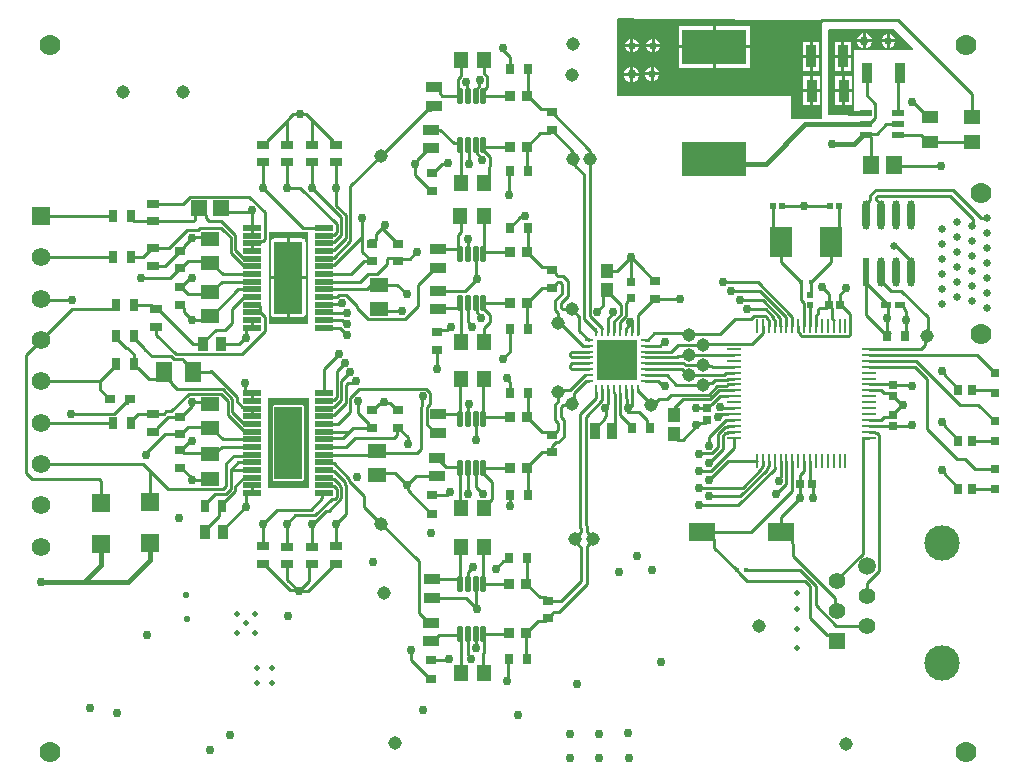
<source format=gtl>
G04*
G04 #@! TF.GenerationSoftware,Altium Limited,Altium Designer,22.9.1 (49)*
G04*
G04 Layer_Physical_Order=1*
G04 Layer_Color=255*
%FSLAX24Y24*%
%MOIN*%
G70*
G04*
G04 #@! TF.SameCoordinates,AB57BFF8-3CEC-49A6-8642-D628B7B59010*
G04*
G04*
G04 #@! TF.FilePolarity,Positive*
G04*
G01*
G75*
%ADD13C,0.0100*%
%ADD15C,0.0150*%
%ADD17R,0.0094X0.0492*%
%ADD18R,0.0492X0.0094*%
%ADD19R,0.2165X0.1181*%
%ADD20R,0.0295X0.0394*%
%ADD21R,0.0394X0.0295*%
%ADD22R,0.0600X0.0600*%
%ADD23R,0.0377X0.0497*%
G04:AMPARAMS|DCode=24|XSize=9.8mil|YSize=27.6mil|CornerRadius=2mil|HoleSize=0mil|Usage=FLASHONLY|Rotation=180.000|XOffset=0mil|YOffset=0mil|HoleType=Round|Shape=RoundedRectangle|*
%AMROUNDEDRECTD24*
21,1,0.0098,0.0236,0,0,180.0*
21,1,0.0059,0.0276,0,0,180.0*
1,1,0.0039,-0.0030,0.0118*
1,1,0.0039,0.0030,0.0118*
1,1,0.0039,0.0030,-0.0118*
1,1,0.0039,-0.0030,-0.0118*
%
%ADD24ROUNDEDRECTD24*%
G04:AMPARAMS|DCode=25|XSize=9.8mil|YSize=27.6mil|CornerRadius=2mil|HoleSize=0mil|Usage=FLASHONLY|Rotation=90.000|XOffset=0mil|YOffset=0mil|HoleType=Round|Shape=RoundedRectangle|*
%AMROUNDEDRECTD25*
21,1,0.0098,0.0236,0,0,90.0*
21,1,0.0059,0.0276,0,0,90.0*
1,1,0.0039,0.0118,0.0030*
1,1,0.0039,0.0118,-0.0030*
1,1,0.0039,-0.0118,-0.0030*
1,1,0.0039,-0.0118,0.0030*
%
%ADD25ROUNDEDRECTD25*%
%ADD26R,0.0315X0.0315*%
%ADD27R,0.0394X0.0315*%
%ADD28R,0.0354X0.0315*%
%ADD29R,0.0533X0.0710*%
%ADD30R,0.0613X0.0500*%
%ADD31R,0.0354X0.0315*%
%ADD32R,0.0368X0.0379*%
%ADD33R,0.0315X0.0354*%
G04:AMPARAMS|DCode=34|XSize=17.7mil|YSize=63mil|CornerRadius=1.9mil|HoleSize=0mil|Usage=FLASHONLY|Rotation=90.000|XOffset=0mil|YOffset=0mil|HoleType=Round|Shape=RoundedRectangle|*
%AMROUNDEDRECTD34*
21,1,0.0177,0.0591,0,0,90.0*
21,1,0.0138,0.0630,0,0,90.0*
1,1,0.0039,0.0295,0.0069*
1,1,0.0039,0.0295,-0.0069*
1,1,0.0039,-0.0295,-0.0069*
1,1,0.0039,-0.0295,0.0069*
%
%ADD34ROUNDEDRECTD34*%
G04:AMPARAMS|DCode=35|XSize=94.5mil|YSize=242.9mil|CornerRadius=1.9mil|HoleSize=0mil|Usage=FLASHONLY|Rotation=0.000|XOffset=0mil|YOffset=0mil|HoleType=Round|Shape=RoundedRectangle|*
%AMROUNDEDRECTD35*
21,1,0.0945,0.2391,0,0,0.0*
21,1,0.0907,0.2429,0,0,0.0*
1,1,0.0038,0.0454,-0.1196*
1,1,0.0038,-0.0454,-0.1196*
1,1,0.0038,-0.0454,0.1196*
1,1,0.0038,0.0454,0.1196*
%
%ADD35ROUNDEDRECTD35*%
%ADD36R,0.0374X0.0217*%
%ADD37R,0.0576X0.0494*%
%ADD38R,0.0906X0.0591*%
%ADD39R,0.0354X0.0748*%
%ADD40R,0.0276X0.0335*%
%ADD41R,0.0535X0.0575*%
%ADD42R,0.0554X0.0615*%
%ADD43R,0.0374X0.0669*%
%ADD44R,0.0433X0.0236*%
G04:AMPARAMS|DCode=45|XSize=97.4mil|YSize=24.5mil|CornerRadius=12.2mil|HoleSize=0mil|Usage=FLASHONLY|Rotation=90.000|XOffset=0mil|YOffset=0mil|HoleType=Round|Shape=RoundedRectangle|*
%AMROUNDEDRECTD45*
21,1,0.0974,0.0000,0,0,90.0*
21,1,0.0729,0.0245,0,0,90.0*
1,1,0.0245,0.0000,0.0365*
1,1,0.0245,0.0000,-0.0365*
1,1,0.0245,0.0000,-0.0365*
1,1,0.0245,0.0000,0.0365*
%
%ADD45ROUNDEDRECTD45*%
%ADD46R,0.0245X0.0974*%
%ADD47R,0.0531X0.0374*%
G04:AMPARAMS|DCode=48|XSize=17.7mil|YSize=51.2mil|CornerRadius=4.4mil|HoleSize=0mil|Usage=FLASHONLY|Rotation=180.000|XOffset=0mil|YOffset=0mil|HoleType=Round|Shape=RoundedRectangle|*
%AMROUNDEDRECTD48*
21,1,0.0177,0.0423,0,0,180.0*
21,1,0.0089,0.0512,0,0,180.0*
1,1,0.0089,-0.0044,0.0212*
1,1,0.0089,0.0044,0.0212*
1,1,0.0089,0.0044,-0.0212*
1,1,0.0089,-0.0044,-0.0212*
%
%ADD48ROUNDEDRECTD48*%
G04:AMPARAMS|DCode=49|XSize=17.7mil|YSize=51.2mil|CornerRadius=4.4mil|HoleSize=0mil|Usage=FLASHONLY|Rotation=180.000|XOffset=0mil|YOffset=0mil|HoleType=Round|Shape=RoundedRectangle|*
%AMROUNDEDRECTD49*
21,1,0.0177,0.0423,0,0,180.0*
21,1,0.0089,0.0512,0,0,180.0*
1,1,0.0089,-0.0044,0.0212*
1,1,0.0089,0.0044,0.0212*
1,1,0.0089,0.0044,-0.0212*
1,1,0.0089,-0.0044,-0.0212*
%
%ADD49ROUNDEDRECTD49*%
%ADD50R,0.0283X0.0299*%
%ADD51R,0.1358X0.1358*%
%ADD52R,0.0299X0.0283*%
%ADD53R,0.0354X0.0295*%
%ADD54R,0.0472X0.0571*%
%ADD55R,0.0398X0.0476*%
%ADD56R,0.0374X0.0531*%
%ADD57R,0.0217X0.0236*%
%ADD58R,0.0748X0.1024*%
%ADD59R,0.0177X0.0177*%
%ADD60R,0.0220X0.0205*%
%ADD61R,0.0276X0.0256*%
%ADD62R,0.0551X0.0394*%
%ADD63C,0.0700*%
%ADD64C,0.0200*%
%ADD65C,0.0260*%
%ADD66C,0.1181*%
%ADD67C,0.0591*%
%ADD68C,0.0551*%
%ADD69R,0.0551X0.0551*%
%ADD70C,0.0617*%
%ADD71R,0.0617X0.0617*%
%ADD72C,0.0300*%
%ADD73C,0.0450*%
%ADD74C,0.0220*%
G36*
X23774Y18943D02*
X22424D01*
Y21943D01*
X23774D01*
Y18943D01*
D02*
G37*
G36*
X23749Y24425D02*
X22449D01*
Y27475D01*
X23749D01*
Y24425D01*
D02*
G37*
G36*
X43907Y33596D02*
X43887Y33550D01*
X41943D01*
Y31392D01*
X41124D01*
X41082Y31412D01*
Y34207D01*
X41118Y34242D01*
X41513Y34237D01*
D01*
X43000Y34250D01*
X43300D01*
X43907Y33596D01*
D02*
G37*
G36*
X35154Y34593D02*
X40883Y34547D01*
Y31266D01*
X40845Y31233D01*
X40840Y31238D01*
X39841D01*
Y31964D01*
X39841Y32012D01*
X39833Y32020D01*
X39816Y32004D01*
X39791Y32004D01*
X34050D01*
Y34566D01*
X34086Y34601D01*
X35154Y34593D01*
D02*
G37*
%LPC*%
G36*
X23552Y21709D02*
X22645D01*
X22618Y21704D01*
X22596Y21688D01*
X22580Y21666D01*
X22575Y21639D01*
Y19247D01*
X22580Y19220D01*
X22596Y19198D01*
X22618Y19182D01*
X22645Y19177D01*
X23552D01*
X23579Y19182D01*
X23602Y19198D01*
X23617Y19220D01*
X23623Y19247D01*
Y21639D01*
X23617Y21666D01*
X23602Y21688D01*
X23579Y21704D01*
X23552Y21709D01*
D02*
G37*
G36*
Y27267D02*
X23149D01*
Y26000D01*
X23674D01*
Y27146D01*
X23664Y27192D01*
X23638Y27231D01*
X23599Y27258D01*
X23552Y27267D01*
D02*
G37*
G36*
X23049D02*
X22645D01*
X22599Y27258D01*
X22560Y27231D01*
X22533Y27192D01*
X22524Y27146D01*
Y26000D01*
X23049D01*
Y27267D01*
D02*
G37*
G36*
X23674Y25900D02*
X23149D01*
Y24633D01*
X23552D01*
X23599Y24642D01*
X23638Y24669D01*
X23664Y24708D01*
X23674Y24754D01*
Y25900D01*
D02*
G37*
G36*
X23049D02*
X22524D01*
Y24754D01*
X22533Y24708D01*
X22560Y24669D01*
X22599Y24642D01*
X22645Y24633D01*
X23049D01*
Y25900D01*
D02*
G37*
G36*
X43150Y34078D02*
Y33900D01*
X43328D01*
X43295Y33980D01*
X43230Y34045D01*
X43150Y34078D01*
D02*
G37*
G36*
X43050D02*
X42970Y34045D01*
X42905Y33980D01*
X42872Y33900D01*
X43050D01*
Y34078D01*
D02*
G37*
G36*
X42350Y34100D02*
Y33900D01*
X42550D01*
X42512Y33992D01*
X42442Y34062D01*
X42350Y34100D01*
D02*
G37*
G36*
X42250D02*
X42158Y34062D01*
X42088Y33992D01*
X42050Y33900D01*
X42250D01*
Y34100D01*
D02*
G37*
G36*
X43328Y33800D02*
X43150D01*
Y33622D01*
X43230Y33655D01*
X43295Y33720D01*
X43328Y33800D01*
D02*
G37*
G36*
X43050D02*
X42872D01*
X42905Y33720D01*
X42970Y33655D01*
X43050Y33622D01*
Y33800D01*
D02*
G37*
G36*
X42550D02*
X42350D01*
Y33600D01*
X42442Y33638D01*
X42512Y33708D01*
X42550Y33800D01*
D02*
G37*
G36*
X42250D02*
X42050D01*
X42088Y33708D01*
X42158Y33638D01*
X42250Y33600D01*
Y33800D01*
D02*
G37*
G36*
X41862Y33809D02*
X41635D01*
Y33385D01*
X41862D01*
Y33550D01*
Y33809D01*
D02*
G37*
G36*
X41535D02*
X41308D01*
Y33385D01*
X41535D01*
Y33809D01*
D02*
G37*
G36*
X41862Y33285D02*
X41635D01*
Y32861D01*
X41862D01*
Y33285D01*
D02*
G37*
G36*
X41535D02*
X41308D01*
Y32861D01*
X41535D01*
Y33285D01*
D02*
G37*
G36*
X41885Y32666D02*
X41658D01*
Y32242D01*
X41885D01*
Y32666D01*
D02*
G37*
G36*
X41558D02*
X41331D01*
Y32242D01*
X41558D01*
Y32666D01*
D02*
G37*
G36*
X41885Y32142D02*
X41658D01*
Y31718D01*
X41885D01*
Y32142D01*
D02*
G37*
G36*
X41558D02*
X41331D01*
Y31718D01*
X41558D01*
Y32142D01*
D02*
G37*
G36*
X35307Y33922D02*
Y33744D01*
X35486D01*
X35452Y33824D01*
X35388Y33889D01*
X35307Y33922D01*
D02*
G37*
G36*
X35207D02*
X35127Y33889D01*
X35062Y33824D01*
X35029Y33744D01*
X35207D01*
Y33922D01*
D02*
G37*
G36*
X34598D02*
Y33744D01*
X34776D01*
X34742Y33824D01*
X34678Y33889D01*
X34598Y33922D01*
D02*
G37*
G36*
X34498D02*
X34417Y33889D01*
X34353Y33824D01*
X34319Y33744D01*
X34498D01*
Y33922D01*
D02*
G37*
G36*
X38483Y34341D02*
X37350D01*
Y33700D01*
X38483D01*
Y34341D01*
D02*
G37*
G36*
X37250D02*
X36117D01*
Y33700D01*
X37250D01*
Y34341D01*
D02*
G37*
G36*
X35486Y33644D02*
X35307D01*
Y33465D01*
X35388Y33499D01*
X35452Y33563D01*
X35486Y33644D01*
D02*
G37*
G36*
X35207D02*
X35029D01*
X35062Y33563D01*
X35127Y33499D01*
X35207Y33465D01*
Y33644D01*
D02*
G37*
G36*
X34776D02*
X34598D01*
Y33465D01*
X34678Y33499D01*
X34742Y33563D01*
X34776Y33644D01*
D02*
G37*
G36*
X34498D02*
X34319D01*
X34353Y33563D01*
X34417Y33499D01*
X34498Y33465D01*
Y33644D01*
D02*
G37*
G36*
X40799Y33809D02*
X40572D01*
Y33385D01*
X40799D01*
Y33809D01*
D02*
G37*
G36*
X40472D02*
X40245D01*
Y33385D01*
X40472D01*
Y33809D01*
D02*
G37*
G36*
X38483Y33600D02*
X37350D01*
Y32959D01*
X38483D01*
Y33600D01*
D02*
G37*
G36*
X37250D02*
X36117D01*
Y32959D01*
X37250D01*
Y33600D01*
D02*
G37*
G36*
X40799Y33285D02*
X40572D01*
Y32861D01*
X40799D01*
Y33285D01*
D02*
G37*
G36*
X40472D02*
X40245D01*
Y32861D01*
X40472D01*
Y33285D01*
D02*
G37*
G36*
X35272Y32978D02*
Y32800D01*
X35450D01*
X35417Y32880D01*
X35352Y32945D01*
X35272Y32978D01*
D02*
G37*
G36*
X35172D02*
X35091Y32945D01*
X35027Y32880D01*
X34994Y32800D01*
X35172D01*
Y32978D01*
D02*
G37*
G36*
X34594Y32985D02*
Y32786D01*
X34794D01*
X34756Y32877D01*
X34686Y32948D01*
X34594Y32985D01*
D02*
G37*
G36*
X34494D02*
X34402Y32948D01*
X34332Y32877D01*
X34294Y32786D01*
X34494D01*
Y32985D01*
D02*
G37*
G36*
X35450Y32700D02*
X35272D01*
Y32522D01*
X35352Y32555D01*
X35417Y32620D01*
X35450Y32700D01*
D02*
G37*
G36*
X35172D02*
X34994D01*
X35027Y32620D01*
X35091Y32555D01*
X35172Y32522D01*
Y32700D01*
D02*
G37*
G36*
X34794Y32686D02*
X34594D01*
Y32486D01*
X34686Y32524D01*
X34756Y32594D01*
X34794Y32686D01*
D02*
G37*
G36*
X34494D02*
X34294D01*
X34332Y32594D01*
X34402Y32524D01*
X34494Y32486D01*
Y32686D01*
D02*
G37*
G36*
X40822Y32666D02*
X40595D01*
Y32242D01*
X40822D01*
Y32666D01*
D02*
G37*
G36*
X40495D02*
X40268D01*
Y32242D01*
X40495D01*
Y32666D01*
D02*
G37*
G36*
X40822Y32142D02*
X40595D01*
Y31718D01*
X40822D01*
Y32142D01*
D02*
G37*
G36*
X40495D02*
X40268D01*
Y31718D01*
X40495D01*
Y32142D01*
D02*
G37*
%LPD*%
D13*
X25773Y21062D02*
X25880Y20955D01*
X25415Y21440D02*
X25773Y21082D01*
X25415Y21440D02*
Y21850D01*
X25880Y20955D02*
X25900D01*
X25773Y21062D02*
Y21082D01*
X29626Y18325D02*
X29812Y18511D01*
X29875Y18570D02*
Y19159D01*
X29816Y18511D02*
X29875Y18570D01*
X29626Y18276D02*
Y18325D01*
X29812Y18511D02*
X29816D01*
X29347Y18993D02*
Y19598D01*
Y18993D02*
X29579Y18761D01*
X29091Y18772D02*
X29102Y18761D01*
X29091Y18772D02*
Y19598D01*
X41479Y25379D02*
X41700Y25600D01*
X41479Y25071D02*
Y25379D01*
X40900Y25633D02*
Y25650D01*
X41104Y25096D02*
Y25429D01*
X40900Y25633D02*
X41104Y25429D01*
X20268Y23810D02*
X20686Y24227D01*
X21003D01*
X20268Y23750D02*
Y23810D01*
X21215Y24439D02*
Y24905D01*
X21003Y24227D02*
X21215Y24439D01*
X21860Y25272D02*
X21898Y25310D01*
X21215Y24905D02*
X21582Y25272D01*
X21860D01*
X18749Y24917D02*
X19917Y23750D01*
X18700Y24917D02*
X18749D01*
X19917Y23750D02*
X20268D01*
X18509Y25059D02*
X18651Y24917D01*
X17951Y25059D02*
X18509D01*
X18651Y24917D02*
X18700D01*
X18500Y19500D02*
X19088Y18912D01*
X18500Y18490D02*
Y19500D01*
X18256Y19744D02*
X18500Y19500D01*
X16792Y19250D02*
X16850Y19191D01*
Y18455D02*
Y19191D01*
X14350Y19450D02*
X14550Y19250D01*
X16792D01*
X15869Y21419D02*
X17285D01*
X17720Y21794D02*
X17827Y21901D01*
X17285Y21419D02*
X17660Y21794D01*
X17720D01*
X15850Y21400D02*
X15869Y21419D01*
X17031Y22009D02*
X17138Y21901D01*
X16816Y22243D02*
Y22500D01*
X17138Y21901D02*
X17158D01*
X17031Y22009D02*
Y22028D01*
X16816Y22243D02*
X17031Y22028D01*
X14850Y22500D02*
X16816D01*
X17361Y23044D01*
Y23094D01*
X20481Y24612D02*
X21433Y25564D01*
X19900Y24550D02*
X20363D01*
X20500Y24687D01*
X22158Y24816D02*
X22313Y24661D01*
X19341Y23402D02*
X21547D01*
X18700Y24043D02*
X19341Y23402D01*
X18700Y24043D02*
Y24327D01*
X21547Y23402D02*
X22313Y24168D01*
X22158Y24816D02*
Y25016D01*
X22313Y24168D02*
Y24661D01*
X22120Y25054D02*
X22158Y25016D01*
X21898Y25054D02*
X22120D01*
X19200Y23330D02*
X19279Y23252D01*
X18538Y23330D02*
X19200D01*
X19600Y23221D02*
Y23252D01*
Y23221D02*
X19932Y22889D01*
X19279Y23252D02*
X19600D01*
X20438Y24612D02*
X20481D01*
X21433Y25564D02*
X21896D01*
X21898Y25566D01*
X17951Y23094D02*
Y23403D01*
Y23044D02*
Y23094D01*
X17355Y23951D02*
X17677Y23628D01*
X17726D01*
X17355Y23951D02*
Y24000D01*
X17726Y23628D02*
X17951Y23403D01*
X17945Y23951D02*
X18290Y23606D01*
Y23578D02*
Y23606D01*
X17945Y23951D02*
Y24000D01*
X18290Y23578D02*
X18538Y23330D01*
X18900Y22732D02*
X18968Y22800D01*
X18946Y22732D02*
X19184Y22495D01*
Y22449D02*
X19395Y22238D01*
X20910D01*
X18900Y22732D02*
X18946D01*
X18760Y22592D02*
X18900Y22732D01*
X19184Y22449D02*
Y22495D01*
X18098Y22947D02*
X18453Y22592D01*
X18760D01*
X19932Y22800D02*
Y22889D01*
X20530Y22830D02*
X21379Y21980D01*
X20500Y22800D02*
X20530Y22830D01*
X19932Y22800D02*
X20500D01*
X21815Y21649D02*
X21898Y21567D01*
X21379Y21836D02*
Y21980D01*
Y21836D02*
X21566Y21649D01*
X21815D01*
X21898Y21339D02*
Y21567D01*
X21582Y21121D02*
X21721D01*
X21229Y21474D02*
Y21918D01*
Y21474D02*
X21582Y21121D01*
X20910Y22238D02*
X21229Y21918D01*
X18049Y22947D02*
X18098D01*
X17951Y23044D02*
X18049Y22947D01*
X21079Y21368D02*
Y21856D01*
X19199Y21504D02*
X19782Y22088D01*
X20848D01*
X21079Y21856D01*
X18600Y21417D02*
X18943D01*
X18091D02*
X18600D01*
X21079Y21368D02*
X21582Y20865D01*
X21860D02*
X21898Y20827D01*
X21582Y20865D02*
X21860D01*
X17263Y24912D02*
X17361Y25010D01*
X15884Y24912D02*
X17263D01*
X17361Y25010D02*
Y25059D01*
X14850Y23878D02*
X15884Y24912D01*
X14350Y19450D02*
Y23378D01*
X14850Y23878D01*
X19718Y27550D02*
X20092D01*
X19114Y26945D02*
X19718Y27550D01*
X18600Y26945D02*
X19114D01*
X14850Y25256D02*
X14878Y25228D01*
X15872D01*
X15900Y25200D01*
X20909Y17544D02*
X21665Y18300D01*
X21700D01*
X20909Y17484D02*
Y17544D01*
X20798Y18005D02*
Y18252D01*
X20336Y17484D02*
Y17544D01*
X20798Y18005D01*
Y18252D02*
X20895Y18350D01*
X21739Y18780D02*
X21898D01*
X21700Y18741D02*
X21739Y18780D01*
X21700Y18300D02*
Y18741D01*
X21582Y19253D02*
X21860D01*
X21333Y19004D02*
X21582Y19253D01*
X20895Y18399D02*
X21333Y18837D01*
X21860Y19253D02*
X21898Y19291D01*
X21333Y18837D02*
Y19004D01*
X20895Y18350D02*
Y18399D01*
X21183Y19553D02*
X21189Y19547D01*
X21898D01*
X20305Y18399D02*
X20668Y18762D01*
X20305Y18350D02*
Y18399D01*
X20668Y18762D02*
X21037D01*
X21183Y18909D01*
X44938Y22740D02*
X45424Y22255D01*
X44900Y22850D02*
X44938Y22812D01*
Y22740D02*
Y22812D01*
X44018Y23184D02*
X44797Y22406D01*
X44400Y20900D02*
Y22590D01*
X42438Y22987D02*
X44003D01*
X44797Y22406D02*
Y22406D01*
X42438Y23184D02*
X44018D01*
X44003Y22987D02*
X44400Y22590D01*
X44797Y22406D02*
X45477Y21725D01*
X45375Y19925D02*
X45639D01*
X44400Y20900D02*
X45375Y19925D01*
X35047Y21048D02*
Y21198D01*
X34431Y21469D02*
X34776D01*
X35047Y21198D01*
Y21048D02*
X35145Y20950D01*
X34400Y21500D02*
X34431Y21469D01*
X34400Y21543D02*
X34542Y21685D01*
X34400Y21500D02*
Y21543D01*
X34148Y21376D02*
Y22105D01*
Y21376D02*
X34555Y20970D01*
Y20950D02*
Y20970D01*
X34392Y21635D02*
Y21901D01*
Y21635D02*
X34427Y21600D01*
X25127Y20827D02*
X25246Y20946D01*
X25253Y20953D02*
X25879D01*
X25889Y20955D02*
X25900D01*
X25309Y20609D02*
X26609D01*
X25015Y20315D02*
X25309Y20609D01*
X26609D02*
X26706Y20706D01*
X24300Y20315D02*
X25015D01*
X24910Y20610D02*
X25127Y20827D01*
X24300D02*
X25127D01*
X24338Y20610D02*
X24910D01*
X26172Y30021D02*
X27709Y31558D01*
X25165Y29013D02*
X26172Y30019D01*
X25165Y27178D02*
Y29013D01*
X27709Y31558D02*
X27813D01*
X27950Y31695D01*
X35596Y22350D02*
X35650D01*
X34995Y22511D02*
X35435D01*
X35596Y22350D01*
X35488Y23692D02*
X35596Y23800D01*
X34995Y23692D02*
X35488D01*
X35596Y23800D02*
X35650D01*
X35328Y25250D02*
X36150D01*
X34750Y24094D02*
Y24702D01*
X35303Y25255D02*
X35323D01*
X34750Y24702D02*
X35303Y25255D01*
X35323D02*
X35328Y25250D01*
X44416Y24016D02*
Y24630D01*
X44333Y23720D02*
Y23933D01*
X44416Y24016D01*
X44191Y23578D02*
X44333Y23720D01*
X33574Y25028D02*
Y25401D01*
X33723Y25550D01*
X33400Y24854D02*
X33574Y25028D01*
X33400Y24800D02*
Y24854D01*
X44421Y31300D02*
X44500D01*
X43900Y31800D02*
X43921D01*
X44421Y31300D01*
X43850Y25784D02*
Y26513D01*
X43300Y27000D02*
X43331Y26969D01*
X43394D02*
X43850Y26513D01*
X43525Y25521D02*
X44416Y24630D01*
X43331Y26969D02*
X43394D01*
X43178Y25521D02*
X43525D01*
X43700Y24055D02*
Y24550D01*
X43645Y24000D02*
X43700Y24055D01*
X43555Y25050D02*
X43613Y24992D01*
Y24913D02*
Y24992D01*
X43676Y24574D02*
Y24850D01*
X43476Y25050D02*
X43555D01*
X43613Y24913D02*
X43676Y24850D01*
Y24574D02*
X43700Y24550D01*
X34523Y26650D02*
X34885Y26287D01*
X34523Y26650D02*
X34525Y26653D01*
X34054Y26181D02*
X34523Y26650D01*
X33723Y26181D02*
X34054D01*
X44938Y19440D02*
X45424Y18955D01*
X44938Y19440D02*
Y19504D01*
X44900Y19542D02*
X44938Y19504D01*
X45424Y18925D02*
Y18955D01*
X44938Y21040D02*
Y21104D01*
X44900Y21142D02*
X44938Y21104D01*
X45424Y20525D02*
Y20555D01*
X44938Y21040D02*
X45424Y20555D01*
Y22225D02*
Y22255D01*
X45639Y19925D02*
X45989Y19575D01*
X46650D01*
X45876Y18925D02*
X46650D01*
X45876Y20525D02*
X46650D01*
X46100Y21725D02*
X46650Y21175D01*
X45477Y21725D02*
X46100D01*
X46550Y22225D02*
X46650Y22125D01*
X45876Y22225D02*
X46550D01*
X42438Y23381D02*
X46044D01*
X46650Y22775D01*
X19088Y18912D02*
X20937D01*
X14850Y19744D02*
X18256D01*
X20937Y18912D02*
X21033Y19009D01*
Y19783D01*
X21183Y18909D02*
Y19553D01*
X19842Y19229D02*
X19870Y19200D01*
X19480Y19621D02*
X19500D01*
X19870Y19200D02*
X20440D01*
X19520Y19621D02*
X19842Y19299D01*
Y19229D02*
Y19299D01*
X21033Y19783D02*
X21271Y20021D01*
X21433Y19803D02*
X21898D01*
X21183Y19553D02*
X21433Y19803D01*
X21271Y20021D02*
X21860D01*
X20341Y20104D02*
X20500Y19944D01*
X19520Y20211D02*
X19627Y20104D01*
X20341D01*
X14850Y28012D02*
X17243D01*
X27450Y14776D02*
X27771Y14455D01*
X26200Y17750D02*
X27450Y16500D01*
Y14776D02*
Y16500D01*
X25627Y18323D02*
X26200Y17750D01*
X25122Y19196D02*
X25627Y18691D01*
Y18323D02*
Y18691D01*
X44421Y30473D02*
X44500D01*
X43413Y30702D02*
X44193D01*
X44421Y30473D01*
X43413Y31450D02*
Y32719D01*
X43487Y32794D01*
X42448Y31076D02*
X42604Y31232D01*
X42385Y32041D02*
X42667Y31759D01*
X42385Y32041D02*
Y32794D01*
X42667Y31290D02*
Y31759D01*
X42608Y31232D02*
X42667Y31290D01*
X42604Y31232D02*
X42608D01*
X42350Y31076D02*
X42448D01*
X43280Y29718D02*
X43316Y29682D01*
X44846D01*
X42448Y30702D02*
X42531Y30620D01*
X42350Y30702D02*
X42448D01*
X42531Y29718D02*
Y30620D01*
X42404Y30756D02*
X42717D01*
X42350Y30702D02*
X42404Y30756D01*
X43032Y31072D02*
X43413D01*
X42717Y30756D02*
X43032Y31072D01*
X44500Y30473D02*
X45877D01*
X45900Y30496D01*
X33229Y17303D02*
X33250D01*
Y17210D02*
Y17237D01*
X33061Y17471D02*
X33229Y17303D01*
X33043Y17003D02*
X33250Y17210D01*
X41788Y34124D02*
X41805Y34107D01*
X40773Y34454D02*
X40876Y34558D01*
X43425D01*
X45900Y31304D02*
Y32083D01*
X43425Y34558D02*
X45900Y32083D01*
X43413Y31450D02*
X43511D01*
X23912Y17750D02*
X24356Y18194D01*
X23986Y18036D02*
X24541Y18591D01*
X23073Y17788D02*
X23321Y18036D01*
X23883Y17750D02*
X23912D01*
X23321Y18036D02*
X23986D01*
X23883Y16996D02*
Y17750D01*
X23855Y18221D02*
X24233Y18600D01*
X22721Y18221D02*
X23855D01*
X22250Y17750D02*
X22721Y18221D01*
X17845Y21171D02*
X18091Y21417D01*
X17845Y21122D02*
Y21171D01*
X14850Y21122D02*
X17233D01*
X17255Y21100D01*
X18368Y20062D02*
Y20109D01*
X18998Y20739D01*
X27771Y14455D02*
X27850D01*
X29367Y14935D02*
X29387Y14915D01*
X29007Y15295D02*
X29367Y14935D01*
X27900Y15295D02*
X29007D01*
X25122Y19196D02*
Y19259D01*
X24616Y19765D02*
X25122Y19259D01*
X24338Y19765D02*
X24616D01*
X24300Y19803D02*
X24338Y19765D01*
X21898Y19036D02*
X21937Y19074D01*
X27870Y18095D02*
X27900D01*
X27088Y18877D02*
X27870Y18095D01*
X21860Y20021D02*
X21898Y20059D01*
X28973Y25521D02*
X29372Y25920D01*
X28077Y25521D02*
X28973D01*
X27088Y18877D02*
Y19012D01*
X27050Y19050D02*
X27088Y19012D01*
X27194Y13221D02*
Y13537D01*
X27820Y12595D02*
X27850D01*
X27194Y13221D02*
X27820Y12595D01*
X29367Y14935D02*
Y15724D01*
X29347Y15744D02*
X29367Y15724D01*
X27050Y19050D02*
X27345Y19345D01*
X28050D01*
X25165Y21483D02*
Y21954D01*
X27712Y21082D02*
Y21634D01*
X27831Y21753D02*
Y22104D01*
X27685Y22250D02*
X27831Y22104D01*
X25461Y22250D02*
X27685D01*
X27999Y20795D02*
X28077D01*
X25165Y21954D02*
X25461Y22250D01*
X27712Y21082D02*
X27999Y20795D01*
X24765Y21083D02*
X25165Y21483D01*
X27712Y21634D02*
X27831Y21753D01*
X24300Y21083D02*
X24765D01*
X24300Y26078D02*
X25191D01*
X25617Y26505D02*
X25900D01*
X25191Y26078D02*
X25617Y26505D01*
X25557Y26828D02*
X25880Y26505D01*
X25557Y26828D02*
Y27313D01*
X24300Y26334D02*
X24338Y26372D01*
X24616D02*
X25557Y27313D01*
Y27952D01*
X24338Y26372D02*
X24616D01*
Y26628D02*
X25165Y27178D01*
X26027Y27421D02*
X26226Y27620D01*
X26250Y27595D02*
Y27644D01*
X26027Y27203D02*
Y27421D01*
X26250Y27644D02*
X26317Y27711D01*
X26250Y27595D02*
X26623Y27222D01*
Y27203D02*
Y27222D01*
X26025Y27201D02*
X26027Y27203D01*
X25775Y27201D02*
X26025D01*
X33558Y24233D02*
Y24265D01*
X33150Y24673D02*
X33558Y24265D01*
X33150Y24673D02*
Y29900D01*
X19629Y24821D02*
X19900Y24550D01*
X19627Y24890D02*
X19629Y24889D01*
Y24821D02*
Y24889D01*
X19627Y24890D02*
Y24947D01*
Y26963D02*
Y27016D01*
X19520Y26856D02*
X19627Y26963D01*
Y27016D02*
X19900Y27289D01*
X19500Y26856D02*
X19520D01*
X19800Y27300D02*
X20426D01*
X19480Y26856D02*
X19520D01*
X19491Y25044D02*
X19530D01*
X19627Y24947D01*
X14850Y26634D02*
X17221D01*
X17255Y26600D01*
X17243Y28012D02*
X17255Y28000D01*
X25384Y24949D02*
X25762Y24571D01*
X24300Y25310D02*
X24732D01*
X27418Y25714D02*
X27999Y26295D01*
X27418Y25015D02*
Y25714D01*
X26975Y24571D02*
X27418Y25015D01*
X25762Y24571D02*
X26975D01*
X25384Y24949D02*
Y25000D01*
X25007Y25378D02*
X25384Y25000D01*
X24800Y25378D02*
X25007D01*
X27999Y26295D02*
X28077D01*
X24732Y25310D02*
X24800Y25378D01*
X27334Y29381D02*
X27870Y28845D01*
X27334Y29381D02*
Y29762D01*
X27870Y28845D02*
X27900D01*
X27334Y29762D02*
X27373Y29800D01*
X27771Y30278D02*
X27850D01*
X27373Y29879D02*
X27771Y30278D01*
X27373Y29800D02*
Y29879D01*
X24300Y26590D02*
X24338Y26628D01*
X24616D01*
X20350Y27949D02*
X20467Y27833D01*
X20133Y28167D02*
X20217D01*
X19972Y28033D02*
X20105Y28167D01*
X20217D02*
X20350Y28033D01*
X20133Y28167D02*
Y28271D01*
X19972Y27892D02*
Y28033D01*
X20350Y27949D02*
Y28033D01*
X18600Y27833D02*
X19913D01*
X20105Y28167D02*
X20133D01*
X19913Y27833D02*
X19972Y27892D01*
X20467Y27833D02*
X20863D01*
X22124Y27102D02*
X22192Y27169D01*
X21795Y28658D02*
X22313Y28141D01*
X21898Y27102D02*
X22124D01*
X22192Y27169D02*
X22243D01*
X22313Y27239D01*
Y28141D01*
X19824Y28658D02*
X21795D01*
X19589Y28423D02*
X19824Y28658D01*
X18600Y28423D02*
X19589D01*
X37039Y17486D02*
X38530D01*
X39896Y18852D01*
X36881Y17486D02*
X37039D01*
X39896Y18852D02*
Y19855D01*
X39702Y19094D02*
Y19857D01*
X39349Y18741D02*
X39702Y19094D01*
X30500Y18350D02*
Y18713D01*
X30487Y18726D02*
X30500Y18713D01*
X36820Y18382D02*
X36821Y18383D01*
X38102D01*
X37104Y18663D02*
X38170D01*
X38239Y18945D02*
X38865Y19570D01*
X36781Y18945D02*
X38239D01*
X38170Y18663D02*
X39065Y19557D01*
Y19617D02*
X39111Y19664D01*
X39065Y19557D02*
Y19617D01*
X39111Y19664D02*
Y19857D01*
X38915Y19664D02*
Y19857D01*
X38865Y19615D02*
X38915Y19664D01*
X38865Y19570D02*
Y19615D01*
X37107Y19226D02*
X37739Y19857D01*
X37104Y19226D02*
X37107D01*
X37739Y19857D02*
X38718D01*
X37950Y20281D02*
Y20625D01*
X36781Y19507D02*
X37177D01*
X37950Y20281D01*
X37080Y19851D02*
X37104D01*
X37107Y19788D02*
X37579Y20260D01*
Y20689D02*
X37663Y20772D01*
X37104Y19788D02*
X37107D01*
X37579Y20260D02*
Y20689D01*
X37663Y20772D02*
X37707D01*
X37757Y20822D01*
X37950D01*
X36781Y20033D02*
X36800Y20052D01*
X36813Y20101D02*
X37208D01*
X37429Y20322D01*
Y20751D02*
X37650Y20972D01*
X37710D02*
X37757Y21019D01*
X37650Y20972D02*
X37710D01*
X36781Y20070D02*
X36813Y20101D01*
X37429Y20322D02*
Y20751D01*
X37757Y21019D02*
X37950D01*
X37117Y20363D02*
Y20651D01*
X37679Y21213D01*
X37104Y20351D02*
X37117Y20363D01*
X37679Y21213D02*
X37947D01*
X37950Y21216D01*
X37468Y21320D02*
X37558Y21410D01*
X37414Y21320D02*
X37468D01*
X37558Y21410D02*
X37754D01*
X37063Y21596D02*
Y21613D01*
X36702Y21602D02*
X37057D01*
X37472Y22003D02*
X37754D01*
X37229Y21760D02*
X37472Y22003D01*
X36256Y21910D02*
X37167D01*
X35866Y22060D02*
X37104D01*
X37394Y22350D01*
X37063Y21613D02*
X37210Y21760D01*
X37057Y21602D02*
X37063Y21596D01*
X37167Y21910D02*
X37456Y22200D01*
X37589Y21612D02*
X37947D01*
X37485Y21662D02*
X37539D01*
X37589Y21612D01*
X37947D02*
X37950Y21609D01*
X36700Y21600D02*
X36702Y21602D01*
X37210Y21760D02*
X37229D01*
X37394Y22350D02*
X37710D01*
X37456Y22200D02*
X37950D01*
X36704Y21000D02*
X36823Y21119D01*
X36975D01*
X37063Y21207D01*
X36700Y21000D02*
X36704D01*
X38557Y23750D02*
X38912Y24105D01*
Y24343D01*
X36900Y23750D02*
X38557D01*
X38912Y24343D02*
X38915Y24346D01*
X37994Y24591D02*
X38529D01*
X36475Y24075D02*
X37478D01*
X37994Y24591D01*
X36875Y23725D02*
X36900Y23750D01*
X36450Y24050D02*
X36475Y24075D01*
X38529Y24591D02*
X38629Y24692D01*
X38400Y24900D02*
X39007D01*
X39440Y19193D02*
Y19247D01*
X39505Y19311D02*
Y19857D01*
X39440Y19247D02*
X39505Y19311D01*
X39896Y19855D02*
X39899Y19857D01*
X38102Y18383D02*
X39306Y19586D01*
X26668Y19432D02*
X27050Y19050D01*
X26100Y19432D02*
X26668D01*
X26727Y25723D02*
X27050Y25400D01*
X26110Y25723D02*
X26727D01*
X25848Y25700D02*
X26100D01*
X25714Y25566D02*
X25848Y25700D01*
X24300Y25566D02*
X25714D01*
X26192Y24850D02*
X26900D01*
X26100Y24942D02*
X26192Y24850D01*
X34523Y25816D02*
Y26650D01*
X27521Y21650D02*
X27543Y21672D01*
X27521Y20259D02*
Y21650D01*
X27543Y21672D02*
Y21962D01*
X27581Y22000D01*
X29735Y32318D02*
Y32648D01*
X29616Y32199D02*
X29735Y32318D01*
X29616Y33214D02*
X29626Y33223D01*
X29616Y32019D02*
Y32199D01*
X29400Y32276D02*
X29447Y32323D01*
Y32506D01*
X29485Y32544D01*
X29616Y32767D02*
Y33214D01*
Y32767D02*
X29735Y32648D01*
X28848Y32672D02*
Y33214D01*
X28835Y32019D02*
Y32187D01*
X28838Y33223D02*
X28848Y33214D01*
X29018Y32489D02*
X29055Y32452D01*
Y32056D02*
X29091Y32019D01*
X28768Y32254D02*
X28835Y32187D01*
X28768Y32592D02*
X28848Y32672D01*
X29055Y32056D02*
Y32452D01*
X28768Y32254D02*
Y32592D01*
X29344Y32016D02*
X29347Y32019D01*
X32159Y24450D02*
X32917Y23692D01*
X32092Y24458D02*
Y24766D01*
Y24458D02*
X32100Y24450D01*
X32800Y24194D02*
Y24650D01*
X32550Y24900D02*
X32800Y24650D01*
X32100Y24450D02*
X32159D01*
X31975Y24884D02*
X32092Y24766D01*
X32175Y24966D02*
X32234Y24908D01*
X32542D01*
X31975Y24884D02*
Y25190D01*
X32542Y24908D02*
X32550Y24900D01*
X32175Y24966D02*
Y25107D01*
X31975Y25190D02*
X32218Y25432D01*
X32175Y25107D02*
X32418Y25350D01*
X32800Y24194D02*
X33105Y23889D01*
X41479Y25071D02*
X41818Y24733D01*
X40096Y24152D02*
X40145Y24103D01*
X41818Y24058D02*
Y24733D01*
X41759Y24000D02*
X41818Y24058D01*
X40145D02*
X40204Y24000D01*
X40145Y24058D02*
Y24103D01*
X40204Y24000D02*
X41759D01*
X40096Y24152D02*
Y24346D01*
X27900Y29455D02*
X27930D01*
X28231Y29756D01*
X28397D02*
X28426Y29785D01*
X28231Y29756D02*
X28397D01*
X29105Y29785D02*
X29131Y29760D01*
X29105Y29785D02*
Y30352D01*
X29386Y30100D02*
X29560Y29926D01*
X29347Y30366D02*
X29386Y30327D01*
Y30100D02*
Y30327D01*
X29560Y29872D02*
Y29926D01*
X29603Y30198D02*
Y30366D01*
Y30198D02*
X29617Y30185D01*
X29636D02*
X29835Y29986D01*
Y29684D02*
Y29986D01*
X29787Y29636D02*
X29835Y29684D01*
X29626Y29123D02*
X29787Y29285D01*
X29617Y30185D02*
X29636D01*
X29787Y29285D02*
Y29636D01*
X28848Y29133D02*
Y29753D01*
X28849Y30185D02*
Y30413D01*
X28822Y30440D02*
X28849Y30413D01*
X29091Y30366D02*
X29105Y30352D01*
X28849Y30185D02*
X28855Y30179D01*
Y29760D02*
Y30179D01*
X28848Y29753D02*
X28855Y29760D01*
X29386Y24802D02*
X29535Y24652D01*
X29347Y25098D02*
X29386Y25059D01*
Y24802D02*
Y25059D01*
X29535Y24598D02*
Y24652D01*
X29612Y24921D02*
Y25098D01*
X29810Y24484D02*
Y24723D01*
X29612Y24286D02*
X29810Y24484D01*
X29612Y23847D02*
Y24286D01*
Y24921D02*
X29810Y24723D01*
X29091Y24486D02*
Y25098D01*
Y24486D02*
X29237Y24341D01*
Y24300D02*
Y24341D01*
X23067Y17750D02*
Y17795D01*
Y16996D02*
Y17750D01*
X24356Y18194D02*
X24459D01*
X24865Y18599D01*
X24715Y18661D02*
Y18898D01*
X24541Y18591D02*
X24645D01*
X24715Y18661D01*
X23883Y16996D02*
X23884Y16995D01*
X24233Y18600D02*
Y18741D01*
X24272Y18780D02*
X24300D01*
X24233Y18741D02*
X24272Y18780D01*
X23067Y17795D02*
X23073Y17788D01*
X23067Y16996D02*
X23067Y16995D01*
X30028Y16257D02*
X30269Y16498D01*
X30372D01*
X30455Y16580D01*
X30028Y16257D02*
X30028D01*
X30455Y16580D02*
Y16600D01*
X32808Y21397D02*
X33358Y21946D01*
X32722Y17332D02*
X32861Y17471D01*
X32661Y17332D02*
X32722D01*
X33061Y17471D02*
Y17673D01*
X32808Y17643D02*
X32861Y17590D01*
X33008Y21314D02*
X33558Y21863D01*
X33008Y17726D02*
X33061Y17673D01*
X33008Y17726D02*
Y21314D01*
X32808Y17643D02*
Y21397D01*
X32861Y17471D02*
Y17590D01*
X32843Y15843D02*
Y16450D01*
X32195Y15195D02*
X32843Y15843D01*
X31750Y15195D02*
X32195D01*
X32110Y14800D02*
X33043Y15733D01*
Y17003D01*
X32840Y16453D02*
Y16963D01*
Y16453D02*
X32843Y16450D01*
X32661Y17142D02*
X32840Y16963D01*
X32661Y17142D02*
Y17237D01*
X33358Y21946D02*
Y22153D01*
X33558Y21863D02*
Y22255D01*
X32661Y17237D02*
Y17332D01*
X33700Y21650D02*
X33727Y21677D01*
X33700Y21377D02*
Y21650D01*
X33650Y21327D02*
X33700Y21377D01*
X33650Y21274D02*
Y21327D01*
X33305Y20929D02*
X33650Y21274D01*
X32489Y21698D02*
X32617Y21826D01*
X31990Y20829D02*
X32036D01*
X31991Y21217D02*
X32095Y21114D01*
X31882Y20721D02*
X31990Y20829D01*
X32100Y21830D02*
Y22156D01*
X32295Y20658D02*
Y21197D01*
X31991Y21722D02*
X32100Y21830D01*
X32191Y21300D02*
X32295Y21197D01*
X32191Y21300D02*
Y21639D01*
X32101Y20464D02*
X32295Y20658D01*
X32036Y20829D02*
X32095Y20887D01*
X31991Y21217D02*
Y21722D01*
X32191Y21639D02*
X32250Y21698D01*
X32489D01*
X32095Y20887D02*
Y21114D01*
X32158Y22214D02*
X32475D01*
X32972Y22711D01*
X32100Y22156D02*
X32158Y22214D01*
X32972Y22711D02*
X33022D01*
X32617Y22110D02*
X33018Y22511D01*
X32617Y21826D02*
Y22110D01*
X33018Y22511D02*
X33105D01*
X32550Y22900D02*
X32555Y22905D01*
X33105D01*
X32500Y23043D02*
X32559Y23102D01*
X32500Y22950D02*
X32550Y22900D01*
X32500Y22950D02*
Y23043D01*
X32559Y23102D02*
X33105D01*
X32008Y20464D02*
X32101D01*
X31882Y20338D02*
X32008Y20464D01*
X31882Y20131D02*
Y20338D01*
X31064Y19631D02*
X31563Y20131D01*
X31882D01*
X31064Y19626D02*
Y19631D01*
Y19626D02*
X31077Y19612D01*
Y18726D02*
Y19612D01*
X31775Y20829D02*
X31882Y20721D01*
X31064Y21326D02*
X31077Y21340D01*
Y22126D01*
X31064Y21321D02*
X31556Y20829D01*
X31775D01*
X31064Y21321D02*
Y21326D01*
X35176Y21731D02*
X35287D01*
X34739Y22168D02*
X35176Y21731D01*
Y21715D02*
Y21731D01*
X35287D02*
X35456Y21900D01*
X35706D01*
X34739Y22168D02*
Y22255D01*
X31775Y26312D02*
X31882Y26205D01*
X31556Y26312D02*
X31775D01*
X31902Y26205D02*
X32009Y26097D01*
X31882Y26205D02*
X31902D01*
X31064Y26809D02*
X31077Y26823D01*
Y27609D01*
X31064Y26804D02*
X31556Y26312D01*
X32068Y26009D02*
X32242D01*
X32009Y26068D02*
Y26097D01*
Y26068D02*
X32068Y26009D01*
X32242D02*
X32418Y25834D01*
Y25350D02*
Y25834D01*
X31064Y24264D02*
X31077Y24250D01*
X31064Y24264D02*
Y25109D01*
Y25115D01*
X31563Y25614D01*
X31882D02*
X31902D01*
X31563D02*
X31882D01*
X31902D02*
X32009Y25722D01*
Y25751D02*
X32068Y25809D01*
X32009Y25722D02*
Y25751D01*
X32218Y25432D02*
Y25751D01*
X32068Y25809D02*
X32159D01*
X32218Y25751D01*
X32917Y23692D02*
X33105D01*
X32552Y23298D02*
X33105D01*
X32555Y23495D02*
X33105D01*
X32496Y23354D02*
Y23437D01*
X32555Y23495D01*
X32496Y23354D02*
X32552Y23298D01*
X33361Y24145D02*
Y24179D01*
X32950Y24590D02*
X33361Y24179D01*
X32667Y29683D02*
Y29833D01*
X32950Y24590D02*
Y29400D01*
X32667Y29683D02*
X32950Y29400D01*
X32600Y29900D02*
X32667Y29833D01*
X32600Y29900D02*
Y30156D01*
X31077Y32005D02*
Y32923D01*
X31882Y30873D02*
X32600Y30156D01*
X31775Y30766D02*
X31882Y30873D01*
X31501Y30766D02*
X31775D01*
X31064Y30329D02*
X31501Y30766D01*
X31064Y30323D02*
Y30329D01*
Y29537D02*
Y30323D01*
Y29537D02*
X31077Y29523D01*
X33150Y29900D02*
Y30196D01*
X31882Y31464D02*
X33150Y30196D01*
X31775Y31572D02*
X31882Y31464D01*
X31510Y31572D02*
X31775D01*
X31077Y32005D02*
X31510Y31572D01*
X31936Y14800D02*
X32110D01*
X31877Y14741D02*
X31936Y14800D01*
X31877Y14712D02*
Y14741D01*
X31770Y14605D02*
X31877Y14712D01*
X31643Y14497D02*
X31750Y14605D01*
X31770D01*
X31424Y14497D02*
X31643D01*
X31032Y14105D02*
X31424Y14497D01*
X31032Y13264D02*
X31045Y13250D01*
X31032Y14100D02*
Y14105D01*
Y13264D02*
Y14100D01*
X33937Y24769D02*
Y24823D01*
X33754Y24146D02*
X33755Y24145D01*
Y24146D02*
Y24586D01*
X34148Y24468D02*
X34350Y24670D01*
X33754Y24146D02*
X33755Y24146D01*
X33952Y24145D02*
Y24484D01*
X34148Y24233D02*
Y24468D01*
X33755Y24586D02*
X33937Y24769D01*
X33952Y24484D02*
X34200Y24732D01*
X34538Y24466D02*
X34538Y24466D01*
X34538Y24374D02*
Y24466D01*
Y24374D02*
X34541Y24371D01*
Y24146D02*
Y24371D01*
X34393Y24280D02*
Y24305D01*
X34500Y24412D02*
Y24466D01*
X34393Y24305D02*
X34500Y24412D01*
X34345Y24232D02*
X34393Y24280D01*
X34200Y24732D02*
Y25034D01*
X34350Y24670D02*
Y25111D01*
X34541Y24146D02*
X34542Y24145D01*
X34345D02*
Y24232D01*
X34350Y25111D02*
X34435Y25196D01*
Y25206D02*
X34513Y25284D01*
X34435Y25196D02*
Y25206D01*
X33723Y25511D02*
X34200Y25034D01*
X34513Y25284D02*
X34523D01*
X33723Y25511D02*
Y25550D01*
X30971Y27971D02*
X31000Y28000D01*
X31032Y15745D02*
X31474Y15303D01*
X31643D01*
X31750Y15195D01*
X31032Y15745D02*
Y15750D01*
X31045Y15764D01*
Y16600D01*
X24700Y28345D02*
Y28950D01*
X23800Y15850D02*
Y16320D01*
X23450Y15500D02*
X23800Y15850D01*
Y16320D02*
X23884Y16405D01*
X23067Y15883D02*
X23412Y15538D01*
X22289Y16409D02*
X23161Y15538D01*
X22250Y16409D02*
X22289D01*
X23161Y15538D02*
X23412D01*
X23450Y15500D01*
X23753D01*
X24662Y16409D02*
X24702D01*
X23753Y15500D02*
X24662Y16409D01*
X23067Y15883D02*
Y16405D01*
X25015Y18065D02*
Y19022D01*
X24616Y19509D02*
X24972Y19153D01*
X24700Y17750D02*
X25015Y18065D01*
X24972Y19065D02*
X25015Y19022D01*
X24972Y19065D02*
Y19153D01*
X24338Y19509D02*
X24616D01*
X24700Y17002D02*
Y17750D01*
Y17002D02*
X24702Y17000D01*
X24865Y18599D02*
Y18960D01*
X24814Y19011D02*
X24865Y18960D01*
X24814Y19011D02*
Y19055D01*
X24338Y19253D02*
X24616D01*
X24814Y19055D01*
X24300Y19291D02*
X24338Y19253D01*
Y18997D02*
X24616D01*
X24715Y18898D01*
X24300Y19036D02*
X24338Y18997D01*
X22250Y17000D02*
Y17750D01*
X24700Y28345D02*
X25015Y28031D01*
X24616Y26884D02*
X25015Y27283D01*
Y28031D01*
X24338Y26884D02*
X24616D01*
X24300Y26846D02*
X24338Y26884D01*
X24700Y29803D02*
X24702Y29805D01*
X24700Y28950D02*
Y29803D01*
X24865Y27389D02*
Y27969D01*
X24616Y27140D02*
X24865Y27389D01*
X24489Y27140D02*
X24616D01*
X23883Y28950D02*
X24865Y27969D01*
X24450Y27102D02*
X24489Y27140D01*
X23883Y29804D02*
X23884Y29805D01*
X23883Y28950D02*
Y29804D01*
X23067Y28950D02*
X23497D01*
X24715Y27732D01*
X24616Y27396D02*
X24715Y27495D01*
Y27732D01*
X23067Y28950D02*
Y29804D01*
X23067Y29805D01*
X23587Y27613D02*
X24300D01*
X22250Y28950D02*
X23587Y27613D01*
X22250Y28950D02*
Y29805D01*
X24338Y27396D02*
X24616D01*
X24300Y27357D02*
X24338Y27396D01*
X30450Y28700D02*
X30468Y28718D01*
Y29505D01*
X30487Y27629D02*
X30829Y27971D01*
X30971D01*
X37600Y25800D02*
X38743D01*
X39896Y24647D01*
Y24348D02*
Y24647D01*
Y24348D02*
X39899Y24346D01*
X37850Y25500D02*
X38831D01*
X39699Y24632D01*
X38919Y25200D02*
X39502Y24617D01*
X39699Y24348D02*
Y24632D01*
X38150Y25200D02*
X38919D01*
X39699Y24348D02*
X39702Y24346D01*
X39007Y24900D02*
X39261Y24646D01*
X39502Y24348D02*
Y24617D01*
Y24348D02*
X39505Y24346D01*
X39261Y24586D02*
Y24646D01*
Y24586D02*
X39308Y24539D01*
Y24346D02*
Y24539D01*
X28375Y18705D02*
X28484Y18814D01*
X27900Y18705D02*
X28375D01*
X36249Y20546D02*
X36700Y20998D01*
Y21050D01*
X24336Y25091D02*
X24867D01*
X24903Y25128D01*
X24300Y25054D02*
X24336Y25091D01*
X24881Y24543D02*
X24998Y24426D01*
X25050D01*
X36084Y23725D02*
X36875D01*
X29091Y26751D02*
X29096Y26755D01*
Y27246D01*
X29100Y27250D01*
X29101Y21261D02*
Y21740D01*
X29111Y21750D01*
X29091Y21251D02*
X29101Y21261D01*
X28835Y18279D02*
X28838Y18276D01*
X28835Y19598D02*
Y19646D01*
Y18279D02*
Y19598D01*
X29603Y19431D02*
Y19598D01*
Y19431D02*
X29875Y19159D01*
X29347Y14090D02*
X29349Y14089D01*
Y13601D02*
Y14089D01*
Y13601D02*
X29350Y13600D01*
X29617Y13909D02*
Y14076D01*
Y13909D02*
X29625Y13901D01*
Y13455D02*
Y13901D01*
X29603Y13433D02*
X29625Y13455D01*
X29075Y13416D02*
X29200Y13291D01*
X29075Y13416D02*
Y13714D01*
X29078Y13717D01*
Y14076D01*
X29603Y12798D02*
Y13433D01*
X29078Y14076D02*
X29091Y14090D01*
X29603Y12798D02*
X29626Y12776D01*
X29603Y14090D02*
X29617Y14076D01*
X29091Y15744D02*
Y16141D01*
X29250Y16300D01*
X28835Y15892D02*
Y16973D01*
X39306Y19586D02*
Y19661D01*
X24300Y24798D02*
X24311Y24787D01*
X25040D02*
X25052Y24776D01*
X24311Y24787D02*
X25040D01*
X26112Y20125D02*
X27387D01*
X27521Y20259D01*
X24300Y22106D02*
Y22914D01*
X24783Y23397D01*
X24865Y22503D02*
X25161Y22799D01*
X24715Y22841D02*
X24972Y23098D01*
X24715Y21988D02*
Y22841D01*
X24616Y21377D02*
X25015Y21776D01*
X24616Y21633D02*
X24865Y21882D01*
X24300Y21850D02*
X24338Y21889D01*
X25015Y22380D02*
X25096Y22462D01*
X24338Y21889D02*
X24616D01*
X24715Y21988D01*
X25015Y21776D02*
Y22380D01*
X24865Y21882D02*
Y22503D01*
X25312Y22462D02*
X25350Y22500D01*
X25096Y22462D02*
X25312D01*
X24338Y21633D02*
X24616D01*
X24300Y21595D02*
X24338Y21633D01*
Y21377D02*
X24616D01*
X24300Y21339D02*
X24338Y21377D01*
X25920Y21545D02*
X26136Y21762D01*
X26262D02*
X26300Y21800D01*
X26319Y21781D01*
X26495D02*
X26730Y21545D01*
X26319Y21781D02*
X26495D01*
X26136Y21762D02*
X26262D01*
X26730Y21545D02*
X26750D01*
X25900D02*
X25920D01*
X24300Y20571D02*
X24338Y20610D01*
X24300Y20059D02*
X26046D01*
X26112Y20125D01*
X26706Y20911D02*
X26750Y20955D01*
X26706Y20706D02*
Y20911D01*
X19500Y20211D02*
X19520D01*
X19780Y20471D01*
X19871D01*
X19900Y20500D01*
X20500Y19944D02*
X20871Y20315D01*
X21898D01*
X18998Y20739D02*
X19500D01*
X19769Y20988D02*
X20500D01*
X19520Y20739D02*
X19769Y20988D01*
X19500Y20739D02*
X19520D01*
X20500Y20984D02*
Y20988D01*
X20913Y20571D02*
X21898D01*
X20500Y20984D02*
X20913Y20571D01*
X19796Y25921D02*
X19871D01*
X19500Y25645D02*
X19520D01*
X19796Y25921D01*
X19871D02*
X19900Y25950D01*
X19520Y25645D02*
X19739Y25426D01*
X20500D01*
Y25430D02*
X20892Y25822D01*
X21898D01*
X20500Y25426D02*
Y25430D01*
X18200Y25950D02*
X19165D01*
X19480Y26265D01*
X19627Y26377D02*
X19749Y26499D01*
X20500D01*
X19627Y26372D02*
Y26377D01*
X19502Y26248D02*
X19627Y26372D01*
X19480Y26265D02*
X19500D01*
X20426Y27300D02*
X20500Y27226D01*
X18980Y26355D02*
X19480Y26856D01*
X18600Y26355D02*
X18980D01*
X20500Y26495D02*
Y26499D01*
X20917Y26078D02*
X21898D01*
X20500Y26495D02*
X20917Y26078D01*
X27071Y20429D02*
X27100Y20400D01*
X26770Y20955D02*
X27071Y20653D01*
Y20429D02*
Y20653D01*
X26750Y20955D02*
X26770D01*
X26832Y26587D02*
X27147D01*
X27359Y26800D01*
X27400D01*
X26750Y26505D02*
X26832Y26587D01*
X26730Y27095D02*
X26750D01*
X26623Y27203D02*
X26730Y27095D01*
X26425Y26600D02*
X26800D01*
X24813Y24287D02*
X25050Y24050D01*
X24300Y24287D02*
X24813D01*
X24300Y24543D02*
X24881D01*
X26398Y26573D02*
X26425Y26600D01*
X26063Y26088D02*
X26398Y26422D01*
Y26573D01*
X25476Y25822D02*
X25742Y26088D01*
X24300Y25822D02*
X25476D01*
X25742Y26088D02*
X26063D01*
X20440Y19200D02*
X20500Y19260D01*
X21898Y18780D02*
Y19036D01*
X19500Y19621D02*
X19520D01*
X18600Y20827D02*
X18649D01*
X18722Y20899D01*
Y20949D02*
X19102Y21329D01*
X18722Y20899D02*
Y20949D01*
X19102Y21329D02*
X19500D01*
X19520D01*
X19871Y21681D01*
Y21771D01*
X20408Y21800D02*
X20500Y21708D01*
X19871Y21771D02*
X19900Y21800D01*
X20408D01*
X20920Y23750D02*
X21459D01*
X21664Y22120D02*
Y22436D01*
Y22120D02*
X21677Y22106D01*
X21650Y22450D02*
X21664Y22436D01*
X21898Y21850D02*
Y22106D01*
X21677D02*
X21898D01*
X21459Y23750D02*
X21659Y23950D01*
X21700D01*
Y24273D02*
X21714Y24287D01*
X21700Y23950D02*
Y24273D01*
X21714Y24287D02*
X21898D01*
Y24543D01*
X21912Y24529D01*
X21750Y27357D02*
X21860D01*
X21898Y27396D01*
Y27575D02*
X21900Y27577D01*
X21898Y27357D02*
Y27613D01*
X20920Y28130D02*
X21789D01*
X21900Y27577D02*
Y28200D01*
X21789Y28130D02*
X21859Y28200D01*
X21900D01*
X22250Y30395D02*
X22289D01*
X22372Y30478D01*
X22289Y30395D02*
X23064Y31170D01*
X22372Y30478D02*
Y30517D01*
X23262Y31407D01*
X23067Y30395D02*
Y31167D01*
X23262Y31407D02*
X23449D01*
X23471Y31429D01*
X23521Y31412D02*
X23684D01*
X23505Y31429D02*
X23521Y31412D01*
X23797Y31300D02*
X24580Y30517D01*
X23884Y30395D02*
Y31173D01*
X23797Y31300D02*
X23797D01*
X23684Y31412D02*
X23797Y31300D01*
X30398Y12502D02*
X30426Y12530D01*
Y13222D01*
X30455Y13250D01*
X29309Y20550D02*
X29350D01*
X29349D02*
Y21250D01*
X29347Y21251D02*
X29349Y21250D01*
X30487Y22126D02*
X30493Y22132D01*
X33305Y20850D02*
Y20929D01*
X33648Y21600D02*
X33700D01*
X33700Y21704D02*
X33755Y21759D01*
Y22255D01*
X34345Y21948D02*
Y22255D01*
Y21948D02*
X34392Y21901D01*
X34542Y21685D02*
Y22255D01*
X39910Y16688D02*
X41322Y15276D01*
X39910Y16688D02*
Y17095D01*
X39899Y17106D02*
Y17241D01*
Y17106D02*
X39910Y17095D01*
X39519Y17486D02*
Y17969D01*
X39690Y17450D02*
X39899Y17241D01*
X39519Y17969D02*
X40150Y18600D01*
Y19363D02*
X40290Y19503D01*
X41322Y14925D02*
X41397Y14850D01*
X41322Y14925D02*
Y15276D01*
X40150Y18600D02*
X40154Y18604D01*
Y19075D01*
X40150Y19085D02*
Y19363D01*
X40154Y19075D02*
X40157Y19078D01*
X40150Y19085D02*
X40157Y19078D01*
X35950Y20696D02*
X36099Y20546D01*
X36249D01*
X35950Y20696D02*
Y20734D01*
X40290Y19855D02*
X40293Y19857D01*
X40290Y19503D02*
Y19855D01*
X42438Y21216D02*
X42857D01*
X42958Y21317D02*
X43174D01*
X42857Y21216D02*
X42958Y21317D01*
X43174D02*
X43250Y21393D01*
Y21999D02*
Y22007D01*
Y21393D02*
Y21401D01*
X42848Y22200D02*
X42941Y22107D01*
X43250Y22007D02*
Y22107D01*
X42941D02*
X43250D01*
Y21401D02*
X43549Y21700D01*
X43600D01*
X43250Y21999D02*
X43549Y21700D01*
X28050Y22900D02*
Y23545D01*
X30238Y23238D02*
Y23259D01*
X30373Y22586D02*
Y22623D01*
X30238Y23259D02*
X30493Y23514D01*
Y24243D01*
X30373Y22586D02*
X30493Y22466D01*
Y22132D02*
Y22466D01*
X29347Y25975D02*
X29372Y25920D01*
X29347Y25975D02*
Y26751D01*
X30487Y24250D02*
X30493Y24243D01*
X30487Y27609D02*
Y27629D01*
X24662Y30395D02*
X24702D01*
X24580Y30478D02*
Y30517D01*
Y30478D02*
X24662Y30395D01*
X30468Y29505D02*
X30487Y29523D01*
X30250Y33559D02*
Y33600D01*
X30484Y32926D02*
X30487Y32923D01*
X30484Y32926D02*
Y33326D01*
X30250Y33559D02*
X30484Y33326D01*
X42438Y22200D02*
X42848D01*
X34885Y26263D02*
X35303Y25845D01*
X34885Y26263D02*
Y26287D01*
X35303Y25845D02*
X35323D01*
X39554Y28350D02*
X40300D01*
X41146D01*
X18239Y26634D02*
X18551Y26945D01*
X17845Y26634D02*
X18239D01*
X18551Y26945D02*
X18600D01*
X18943Y21417D02*
X19030Y21504D01*
X19199D01*
X20908Y27550D02*
X20934D01*
X20092D02*
X20152Y27610D01*
X20934Y27550D02*
X21183Y27301D01*
X20152Y27610D02*
X20848D01*
X20908Y27550D01*
X21183Y26771D02*
Y27301D01*
Y26771D02*
X21582Y26372D01*
X18013Y27833D02*
X18600D01*
X17845Y27951D02*
Y28000D01*
Y27951D02*
X17943Y27853D01*
X17992D01*
X18013Y27833D01*
X20863D02*
X21333Y27363D01*
Y26877D02*
X21582Y26628D01*
X21333Y26877D02*
Y27363D01*
X21898Y26846D02*
Y27102D01*
X21582Y26628D02*
X21860D01*
X21898Y26590D01*
X21582Y26372D02*
X21860D01*
X21898Y26334D01*
X42350Y24724D02*
Y26149D01*
X41104Y25096D02*
X41150Y25050D01*
X40504Y25796D02*
X40507Y25800D01*
X41196Y26489D01*
Y27150D01*
X41454Y27407D01*
X43162Y22397D02*
X43187Y22371D01*
X43879D01*
X43900Y22350D01*
X38629Y24692D02*
X39003D01*
X39062Y24633D01*
Y24589D02*
X39111Y24539D01*
Y24346D02*
Y24539D01*
X39062Y24589D02*
Y24633D01*
X42350Y28051D02*
Y28397D01*
X42500Y28547D02*
Y28712D01*
X42350Y28397D02*
X42500Y28547D01*
Y28712D02*
X42676Y28888D01*
X45238D01*
X46180Y27946D02*
X46376D01*
X42700Y28547D02*
Y28630D01*
X42850Y28051D02*
Y28397D01*
X42759Y28688D02*
X45155D01*
X42700Y28547D02*
X42850Y28397D01*
X45880Y27700D02*
X45911Y27731D01*
X45238Y28888D02*
X46180Y27946D01*
X45155Y28688D02*
X45922Y27921D01*
X45911Y27827D02*
X45922Y27839D01*
Y27921D01*
X42700Y28630D02*
X42759Y28688D01*
X46376Y27946D02*
X46380Y27950D01*
X45911Y27731D02*
Y27827D01*
X43055Y24000D02*
Y24605D01*
X43079Y24629D02*
Y25045D01*
X42350Y25774D02*
X43079Y25045D01*
X42350Y24724D02*
X43055Y24020D01*
Y24000D02*
Y24020D01*
Y24000D02*
X43162Y24107D01*
X42900Y25799D02*
X43178Y25521D01*
X42438Y23578D02*
X44191D01*
X41189Y14058D02*
X41397Y13850D01*
X41042Y14058D02*
X41189D01*
X40484Y14616D02*
X41042Y14058D01*
X40484Y14616D02*
Y15666D01*
X40162Y16200D02*
X40675Y15687D01*
X38357Y16200D02*
X40162D01*
X40313Y15837D02*
X40484Y15666D01*
X38402Y15837D02*
X40313D01*
X38157Y16082D02*
X38402Y15837D01*
X38043Y16200D02*
X38157Y16086D01*
Y16082D02*
Y16086D01*
X37039Y17486D02*
X37284Y17241D01*
Y16959D02*
Y17241D01*
Y16959D02*
X38004Y16239D01*
X30005Y19625D02*
X30539D01*
X29617Y19626D02*
X30004D01*
X29617Y19611D02*
Y19626D01*
X29603Y19598D02*
X29617Y19611D01*
X30004Y19626D02*
X30005Y19625D01*
X35950Y21604D02*
X36256Y21910D01*
X35950Y21566D02*
Y21604D01*
X43264Y21029D02*
X43879D01*
X43250Y21015D02*
X43264Y21029D01*
X43879D02*
X43900Y21050D01*
X43250Y21007D02*
Y21015D01*
X42438Y21019D02*
X42441Y21016D01*
X43241D01*
X42438Y22397D02*
X43162D01*
X40686Y24346D02*
Y24686D01*
X40767Y24767D01*
Y24900D02*
X40825Y24958D01*
X40767Y24767D02*
Y24900D01*
X40825Y24958D02*
X41015D01*
X41165Y25000D02*
X41227Y24938D01*
Y24589D02*
Y24938D01*
Y24589D02*
X41274Y24542D01*
X41015Y24958D02*
X41107Y25050D01*
X28838Y29123D02*
X28848Y29133D01*
X28162Y30888D02*
X28610Y30440D01*
X27850Y30888D02*
X28162D01*
X28610Y30440D02*
X28822D01*
X28844Y26886D02*
Y26909D01*
X28760Y26994D02*
Y27381D01*
X28844Y27466D02*
Y28002D01*
X28835Y26877D02*
X28844Y26886D01*
X28837Y28009D02*
X28844Y28002D01*
X28760Y27381D02*
X28844Y27466D01*
X28760Y26994D02*
X28844Y26909D01*
X28835Y26751D02*
Y26877D01*
Y16973D02*
X28838Y16976D01*
X37610Y22710D02*
X37691Y22791D01*
X37950D01*
X36471Y22710D02*
X37610D01*
X36463Y22718D02*
X36471Y22710D01*
X36918Y22368D02*
X37002Y22452D01*
X36828Y23016D02*
X37204D01*
X37233Y22987D02*
X37950D01*
X36792Y23053D02*
X36828Y23016D01*
X37204D02*
X37233Y22987D01*
X36466Y23381D02*
X37950D01*
X35707Y22708D02*
X36030Y22385D01*
X37002Y22452D02*
X37234D01*
X37329Y22547D01*
X36030Y22385D02*
X36900D01*
X37329Y22547D02*
X37710D01*
X36400Y24100D02*
X36450Y24050D01*
X35293Y24100D02*
X36400D01*
X35854Y23495D02*
X36084Y23725D01*
X36409Y22728D02*
X36451D01*
X34995Y23298D02*
X36038D01*
X36088Y23348D01*
X36276Y23102D02*
X36325Y23053D01*
X36792D01*
X36434Y23348D02*
X36463Y23378D01*
X34995Y23102D02*
X36276D01*
X36232Y22905D02*
X36409Y22728D01*
X36088Y23348D02*
X36434D01*
X34995Y22905D02*
X36232D01*
X40675Y15041D02*
X41366Y14350D01*
X40675Y15041D02*
Y15687D01*
X41366Y14350D02*
X42397D01*
Y15791D02*
X42793Y16186D01*
X42726Y20772D02*
X42793Y20706D01*
X42631Y20822D02*
X42681Y20772D01*
X42438Y20822D02*
X42631D01*
X42793Y16186D02*
Y20706D01*
X42397Y15350D02*
Y15791D01*
X42681Y20772D02*
X42726D01*
X42242Y16754D02*
Y20622D01*
X41397Y15909D02*
X42242Y16754D01*
X41397Y15850D02*
Y15909D01*
X28409Y13250D02*
X28450D01*
X27909Y13205D02*
X28365D01*
X29200Y13250D02*
Y13291D01*
X28365Y13205D02*
X28409Y13250D01*
X28835Y14090D02*
X28838Y14087D01*
Y12776D02*
Y14087D01*
X29603Y15744D02*
Y16953D01*
X28123Y24228D02*
X28402D01*
X28474Y24300D01*
X28515D01*
X28835Y21392D02*
Y22573D01*
X28072Y24178D02*
X28123Y24228D01*
X33952Y22105D02*
X33977Y22080D01*
X33911Y21000D02*
X33977Y21066D01*
X33895Y21000D02*
X33911D01*
X33977Y21066D02*
Y22080D01*
X29603Y21251D02*
Y21326D01*
Y21251D02*
Y21312D01*
X29617Y21326D01*
X30540D01*
X29603D02*
Y22553D01*
X35706Y21900D02*
X35866Y22060D01*
X40571Y18629D02*
X40600Y18600D01*
X40489Y19132D02*
Y19857D01*
X40571Y18629D02*
Y19050D01*
X40489Y19132D02*
X40571Y19050D01*
X42242Y20622D02*
X42245Y20625D01*
X42438D01*
X37710Y22350D02*
X37757Y22397D01*
X37950D01*
X37757Y22594D02*
X37950D01*
X37710Y22547D02*
X37757Y22594D01*
X34995Y22708D02*
X35707D01*
X34995Y23495D02*
X35854D01*
X35082Y23889D02*
X35293Y24100D01*
X34995Y23889D02*
X35082D01*
X29603Y14090D02*
X29608Y14095D01*
X30503D01*
X30505Y15747D02*
X30508Y15750D01*
X29603Y15744D02*
X29606Y15747D01*
X30505D01*
X29612Y26751D02*
Y26796D01*
X28006Y26900D02*
X28822D01*
X28787Y23809D02*
X28844Y23867D01*
X28109Y24943D02*
X28835D01*
X27850Y13795D02*
X28115Y14059D01*
X28835Y15744D02*
Y15892D01*
Y21251D02*
Y21392D01*
X39504Y26489D02*
Y27150D01*
Y26489D02*
X40193Y25800D01*
X39246Y27407D02*
X39504Y27150D01*
X39246Y27407D02*
Y28350D01*
X40193Y25200D02*
Y25800D01*
Y25200D02*
X40292Y25101D01*
Y24346D02*
Y25101D01*
Y24346D02*
X40293Y24346D01*
X40500Y25367D02*
X40504Y25371D01*
Y25796D01*
X41454Y27407D02*
Y28350D01*
X28050Y24155D02*
X28072Y24178D01*
X40489Y24346D02*
Y24539D01*
X40500Y24550D01*
Y25033D01*
X28790Y14073D02*
X28835Y14090D01*
X28777Y14059D02*
X28790Y14073D01*
X28115Y14059D02*
X28777D01*
X27900Y15905D02*
X28822D01*
X28835Y15892D01*
X29603Y16953D02*
X29626Y16976D01*
X28050Y19955D02*
X28346Y19659D01*
X28822D01*
X28835Y19646D01*
X28077Y21405D02*
X28822D01*
X28835Y21392D01*
Y22573D02*
X28838Y22576D01*
X29603Y22553D02*
X29626Y22576D01*
X28844Y23867D02*
Y24929D01*
X28077Y24911D02*
X28109Y24943D01*
X28835D02*
Y25098D01*
X30433Y25104D02*
X30439Y25109D01*
X29618Y25104D02*
X30433D01*
X29612Y25098D02*
X29618Y25104D01*
X29603Y25098D02*
X29612D01*
X29626Y26809D02*
X30439D01*
X29612Y26796D02*
X29626Y26809D01*
X29612Y26796D02*
Y27997D01*
X29625Y28009D01*
X29603Y26751D02*
X29612D01*
X28236Y32019D02*
X28835D01*
X28141Y32114D02*
X28236Y32019D01*
X28141Y32114D02*
Y32193D01*
X28029Y32305D02*
X28141Y32193D01*
X27950Y32305D02*
X28029D01*
X29629Y30323D02*
X30540D01*
X29616Y30337D02*
X29629Y30323D01*
X29616Y32019D02*
X29618Y32021D01*
X30440D01*
X30443Y32023D01*
D15*
X37050Y29750D02*
X39004D01*
X16274Y15800D02*
X17750D01*
X16850Y16376D02*
Y17075D01*
X16274Y15800D02*
X16850Y16376D01*
X18500Y16550D02*
Y17110D01*
X17750Y15800D02*
X18500Y16550D01*
X14850Y15800D02*
X16274D01*
X41681Y31543D02*
X41774Y31450D01*
X42350D01*
X40330Y31076D02*
X42350D01*
X39004Y29750D02*
X40330Y31076D01*
X41951Y30402D02*
X42252Y30702D01*
X41206Y30402D02*
X41951D01*
X42252Y30702D02*
X42350D01*
X41206Y30402D02*
X41234Y30430D01*
D17*
X39111Y24346D02*
D03*
X38718D02*
D03*
X38915D02*
D03*
X39308D02*
D03*
X39505D02*
D03*
X39702D02*
D03*
X39899D02*
D03*
X40096D02*
D03*
X40293D02*
D03*
X40489D02*
D03*
X40686D02*
D03*
X40883D02*
D03*
X41080D02*
D03*
X41277D02*
D03*
X41474D02*
D03*
X41670D02*
D03*
X38718Y19857D02*
D03*
X38915D02*
D03*
X39111D02*
D03*
X39308D02*
D03*
X39505D02*
D03*
X39702D02*
D03*
X39899D02*
D03*
X40096D02*
D03*
X40293D02*
D03*
X40489D02*
D03*
X40686D02*
D03*
X40883D02*
D03*
X41080D02*
D03*
X41277D02*
D03*
X41474D02*
D03*
X41670D02*
D03*
D18*
X37950Y22791D02*
D03*
Y22594D02*
D03*
Y22397D02*
D03*
Y20625D02*
D03*
Y20822D02*
D03*
Y21019D02*
D03*
Y21216D02*
D03*
Y21413D02*
D03*
Y21609D02*
D03*
Y21806D02*
D03*
Y22003D02*
D03*
Y22200D02*
D03*
Y22987D02*
D03*
Y23184D02*
D03*
Y23381D02*
D03*
Y23578D02*
D03*
X42438D02*
D03*
Y23381D02*
D03*
Y23184D02*
D03*
Y22987D02*
D03*
Y22791D02*
D03*
Y22594D02*
D03*
Y22397D02*
D03*
Y22200D02*
D03*
Y22003D02*
D03*
Y21806D02*
D03*
Y21609D02*
D03*
Y21413D02*
D03*
Y21216D02*
D03*
Y21019D02*
D03*
Y20822D02*
D03*
Y20625D02*
D03*
D19*
X37300Y33650D02*
D03*
Y29910D02*
D03*
D20*
X17951Y25059D02*
D03*
X17361D02*
D03*
X17851Y21122D02*
D03*
X17261D02*
D03*
X17951Y23094D02*
D03*
X17361D02*
D03*
X20895Y18350D02*
D03*
X20305D02*
D03*
X17261Y28012D02*
D03*
X17851D02*
D03*
X17261Y26634D02*
D03*
X17851D02*
D03*
X17355Y24000D02*
D03*
X17945D02*
D03*
D21*
X18700Y24327D02*
D03*
Y24917D02*
D03*
X18600Y21417D02*
D03*
Y20827D02*
D03*
Y27833D02*
D03*
Y28423D02*
D03*
Y26355D02*
D03*
Y26945D02*
D03*
D22*
X16850Y17075D02*
D03*
Y18455D02*
D03*
X18500Y18490D02*
D03*
Y17110D02*
D03*
D23*
X20909Y17484D02*
D03*
X20336D02*
D03*
X20841Y23750D02*
D03*
X20268D02*
D03*
D24*
X33361Y24145D02*
D03*
X33558D02*
D03*
Y22255D02*
D03*
X33361D02*
D03*
X34739D02*
D03*
X33755Y24145D02*
D03*
X33952D02*
D03*
X34148D02*
D03*
X34345D02*
D03*
X34542D02*
D03*
X34739D02*
D03*
X33755Y22255D02*
D03*
X33952D02*
D03*
X34148D02*
D03*
X34345D02*
D03*
X34542D02*
D03*
D25*
X33105Y22511D02*
D03*
Y22708D02*
D03*
Y23692D02*
D03*
Y23889D02*
D03*
X34995D02*
D03*
Y22905D02*
D03*
Y22708D02*
D03*
X33105Y23298D02*
D03*
Y23495D02*
D03*
Y22905D02*
D03*
Y23102D02*
D03*
X34995Y23298D02*
D03*
Y23495D02*
D03*
Y23692D02*
D03*
Y22511D02*
D03*
Y23102D02*
D03*
D26*
X46650Y22125D02*
D03*
Y22775D02*
D03*
Y19575D02*
D03*
Y18925D02*
D03*
Y21175D02*
D03*
Y20525D02*
D03*
D27*
X23884Y16995D02*
D03*
Y16405D02*
D03*
X22250Y30395D02*
D03*
Y29805D02*
D03*
X23067Y30395D02*
D03*
Y29805D02*
D03*
X23884Y30395D02*
D03*
Y29805D02*
D03*
X24702Y16409D02*
D03*
Y17000D02*
D03*
X23067Y16405D02*
D03*
Y16995D02*
D03*
X22250Y16409D02*
D03*
Y17000D02*
D03*
X24702Y30395D02*
D03*
Y29805D02*
D03*
D28*
X17158Y21901D02*
D03*
X17827D02*
D03*
D29*
X18968Y22800D02*
D03*
X19932D02*
D03*
D30*
X26069Y20175D02*
D03*
Y19373D02*
D03*
X26110Y25723D02*
D03*
Y24921D02*
D03*
X20500Y26436D02*
D03*
Y27238D02*
D03*
Y20064D02*
D03*
Y19262D02*
D03*
Y20936D02*
D03*
Y21738D02*
D03*
Y25489D02*
D03*
Y24687D02*
D03*
D31*
X25900Y26505D02*
D03*
Y27095D02*
D03*
X31882Y20131D02*
D03*
Y20721D02*
D03*
Y30873D02*
D03*
Y25614D02*
D03*
X31750Y14605D02*
D03*
X26750Y21545D02*
D03*
Y20955D02*
D03*
X19500Y26265D02*
D03*
Y26856D02*
D03*
X31750Y15195D02*
D03*
X35323Y25255D02*
D03*
Y25845D02*
D03*
X26750Y27095D02*
D03*
Y26505D02*
D03*
X19500Y25055D02*
D03*
Y25645D02*
D03*
Y21329D02*
D03*
Y20739D02*
D03*
Y19621D02*
D03*
Y20211D02*
D03*
X25900Y20955D02*
D03*
Y21545D02*
D03*
X31882Y31464D02*
D03*
Y26205D02*
D03*
D32*
X31064Y30323D02*
D03*
Y25109D02*
D03*
Y19626D02*
D03*
X31032Y14100D02*
D03*
X31064Y32023D02*
D03*
X30500D02*
D03*
Y30323D02*
D03*
X31064Y26809D02*
D03*
X30500D02*
D03*
Y25109D02*
D03*
X31064Y21326D02*
D03*
X30500D02*
D03*
Y19626D02*
D03*
X31032Y15750D02*
D03*
X30468D02*
D03*
Y14100D02*
D03*
D33*
X31077Y29523D02*
D03*
Y24250D02*
D03*
Y18726D02*
D03*
X31045Y13250D02*
D03*
X43055Y24000D02*
D03*
X43645D02*
D03*
X30455Y13250D02*
D03*
X30487Y18726D02*
D03*
Y29523D02*
D03*
Y24250D02*
D03*
X34555Y20950D02*
D03*
X35145D02*
D03*
X31077Y22126D02*
D03*
X30487D02*
D03*
Y32923D02*
D03*
X31077D02*
D03*
X30487Y27609D02*
D03*
X31077D02*
D03*
X31045Y16600D02*
D03*
X30455D02*
D03*
D34*
X21898Y22106D02*
D03*
Y21850D02*
D03*
Y19036D02*
D03*
Y18780D02*
D03*
X24300Y20059D02*
D03*
Y20827D02*
D03*
X21898Y20315D02*
D03*
X24300D02*
D03*
X21898Y20571D02*
D03*
X24300D02*
D03*
Y22106D02*
D03*
Y21850D02*
D03*
Y21595D02*
D03*
Y18780D02*
D03*
Y19036D02*
D03*
Y19291D02*
D03*
Y21083D02*
D03*
Y19803D02*
D03*
X21898Y20827D02*
D03*
Y20059D02*
D03*
X24300Y21339D02*
D03*
Y19547D02*
D03*
X21898Y19291D02*
D03*
Y21595D02*
D03*
Y19803D02*
D03*
Y21083D02*
D03*
Y21339D02*
D03*
Y19547D02*
D03*
Y25054D02*
D03*
Y26846D02*
D03*
Y26590D02*
D03*
Y25310D02*
D03*
Y27102D02*
D03*
Y24798D02*
D03*
X24300Y26334D02*
D03*
Y25566D02*
D03*
X21898Y24287D02*
D03*
Y24543D02*
D03*
Y27357D02*
D03*
Y27613D02*
D03*
X24300Y25822D02*
D03*
X21898D02*
D03*
X24300Y26078D02*
D03*
X21898D02*
D03*
X24300Y27613D02*
D03*
Y27357D02*
D03*
Y27102D02*
D03*
Y24287D02*
D03*
Y24543D02*
D03*
Y24798D02*
D03*
Y26590D02*
D03*
Y25310D02*
D03*
X21898Y26334D02*
D03*
Y25566D02*
D03*
X24300Y26846D02*
D03*
Y25054D02*
D03*
D35*
X23099Y20443D02*
D03*
Y25950D02*
D03*
D36*
X43024Y25050D02*
D03*
X43476D02*
D03*
D37*
X45900Y31304D02*
D03*
Y30496D02*
D03*
D38*
X39519Y17486D02*
D03*
X36881D02*
D03*
D39*
X41585Y33335D02*
D03*
X40522D02*
D03*
X41608Y32192D02*
D03*
X40545D02*
D03*
D40*
X45876Y18925D02*
D03*
X45424D02*
D03*
X45876Y20525D02*
D03*
X45424D02*
D03*
X45876Y22225D02*
D03*
X45424D02*
D03*
D41*
X20863Y28271D02*
D03*
X20133D02*
D03*
D42*
X43280Y29718D02*
D03*
X42531D02*
D03*
D43*
X42385Y32794D02*
D03*
X43487D02*
D03*
D44*
X42350Y31076D02*
D03*
X43413Y31450D02*
D03*
X42350D02*
D03*
X43413Y31072D02*
D03*
Y30702D02*
D03*
X42350D02*
D03*
D45*
X42850Y26149D02*
D03*
Y28051D02*
D03*
X42350D02*
D03*
X43350D02*
D03*
X43850D02*
D03*
X43350Y26149D02*
D03*
X43850D02*
D03*
D46*
X42350D02*
D03*
D47*
X27850Y13845D02*
D03*
Y14455D02*
D03*
X28050Y19345D02*
D03*
Y19955D02*
D03*
X28077Y20795D02*
D03*
Y21405D02*
D03*
X27850Y30888D02*
D03*
Y30278D02*
D03*
X27900Y15905D02*
D03*
Y15295D02*
D03*
X27950Y31695D02*
D03*
Y32305D02*
D03*
X28077Y24911D02*
D03*
Y25521D02*
D03*
Y26905D02*
D03*
Y26295D02*
D03*
D48*
X29091Y26751D02*
D03*
X29603Y25098D02*
D03*
X28835Y26751D02*
D03*
Y25098D02*
D03*
X29091D02*
D03*
X29347D02*
D03*
Y26751D02*
D03*
X29091Y21251D02*
D03*
X29603Y19598D02*
D03*
X28835Y21251D02*
D03*
Y19598D02*
D03*
X29091D02*
D03*
X29347D02*
D03*
Y21251D02*
D03*
X29091Y15744D02*
D03*
X29603Y14090D02*
D03*
X28835Y15744D02*
D03*
Y14090D02*
D03*
X29091D02*
D03*
X29347Y15744D02*
D03*
Y14090D02*
D03*
Y30366D02*
D03*
Y32019D02*
D03*
X29091Y30366D02*
D03*
X28835D02*
D03*
Y32019D02*
D03*
X29603Y30366D02*
D03*
X29091Y32019D02*
D03*
D49*
X29603Y26751D02*
D03*
Y21251D02*
D03*
Y15744D02*
D03*
Y32019D02*
D03*
D50*
X43250Y22007D02*
D03*
Y22393D02*
D03*
X37063Y21219D02*
D03*
Y21605D02*
D03*
X43250Y21007D02*
D03*
Y21393D02*
D03*
D51*
X34050Y23200D02*
D03*
D52*
X40157Y19078D02*
D03*
X40543D02*
D03*
X41107Y25050D02*
D03*
X41493D02*
D03*
D53*
X27900Y28845D02*
D03*
Y29455D02*
D03*
X28050Y23545D02*
D03*
Y24155D02*
D03*
X27850Y13205D02*
D03*
Y12595D02*
D03*
X27900Y18705D02*
D03*
Y18095D02*
D03*
D54*
X29626Y18276D02*
D03*
X28838D02*
D03*
Y23809D02*
D03*
X29626D02*
D03*
Y22576D02*
D03*
X28838D02*
D03*
X28837Y28009D02*
D03*
X29625D02*
D03*
X29626Y12776D02*
D03*
X28838D02*
D03*
X29626Y29123D02*
D03*
X28838D02*
D03*
Y16976D02*
D03*
X29626D02*
D03*
X28838Y33223D02*
D03*
X29626D02*
D03*
D55*
X33723Y26181D02*
D03*
Y25550D02*
D03*
X35950Y21366D02*
D03*
Y20734D02*
D03*
D56*
X33895Y20850D02*
D03*
X33305D02*
D03*
D57*
X40500Y25367D02*
D03*
Y25033D02*
D03*
D58*
X39504Y27150D02*
D03*
X41196D02*
D03*
D59*
X40193Y25800D02*
D03*
X40507D02*
D03*
X38043Y16200D02*
D03*
X38357D02*
D03*
D60*
X39554Y28350D02*
D03*
X39246D02*
D03*
X41146D02*
D03*
X41454D02*
D03*
D61*
X34523Y25816D02*
D03*
Y25284D02*
D03*
D62*
X44500Y30473D02*
D03*
Y31300D02*
D03*
D63*
X46196Y28796D02*
D03*
Y24096D02*
D03*
X45700Y33700D02*
D03*
Y10150D02*
D03*
X15150D02*
D03*
Y33700D02*
D03*
D64*
X40050Y13600D02*
D03*
Y14250D02*
D03*
Y14900D02*
D03*
Y15450D02*
D03*
X22050Y12950D02*
D03*
Y12450D02*
D03*
X22550D02*
D03*
X22555Y12957D02*
D03*
X21698Y14433D02*
D03*
X21400Y14100D02*
D03*
X22000D02*
D03*
Y14750D02*
D03*
X21400D02*
D03*
X23441Y19395D02*
D03*
X23099Y19393D02*
D03*
X22749D02*
D03*
X23441Y19795D02*
D03*
X23099Y19793D02*
D03*
X22749D02*
D03*
X23441Y20195D02*
D03*
X23099Y20193D02*
D03*
X22749D02*
D03*
X23449Y20693D02*
D03*
X23099D02*
D03*
X22749D02*
D03*
X23449Y21043D02*
D03*
X23099D02*
D03*
X22749D02*
D03*
X23449Y21443D02*
D03*
X23099D02*
D03*
X22749D02*
D03*
X23441Y24902D02*
D03*
X23099Y24900D02*
D03*
X22749D02*
D03*
X23441Y25302D02*
D03*
X23099Y25300D02*
D03*
X22749D02*
D03*
X23441Y25702D02*
D03*
X23099Y25700D02*
D03*
X22749D02*
D03*
X23449Y26200D02*
D03*
X23099D02*
D03*
X22749D02*
D03*
X23449Y26550D02*
D03*
X23099D02*
D03*
X22749D02*
D03*
X23449Y26950D02*
D03*
X23099D02*
D03*
X22749D02*
D03*
D65*
X45376Y25826D02*
D03*
Y26826D02*
D03*
Y27326D02*
D03*
X44876Y25076D02*
D03*
Y27076D02*
D03*
Y27576D02*
D03*
X45376Y25326D02*
D03*
Y27826D02*
D03*
X44876Y26076D02*
D03*
Y25576D02*
D03*
X45376Y26326D02*
D03*
X44876Y26576D02*
D03*
X46376Y27946D02*
D03*
Y25946D02*
D03*
Y26946D02*
D03*
Y25446D02*
D03*
Y26446D02*
D03*
X45876Y25196D02*
D03*
Y27696D02*
D03*
Y27196D02*
D03*
Y25696D02*
D03*
Y26196D02*
D03*
X46376Y27446D02*
D03*
X45876Y26696D02*
D03*
X46376Y24946D02*
D03*
X43300Y27000D02*
D03*
X43100Y33850D02*
D03*
X34548Y33694D02*
D03*
X35257D02*
D03*
X35222Y32750D02*
D03*
D66*
X44897Y13102D02*
D03*
Y17102D02*
D03*
D67*
X42397Y16350D02*
D03*
D68*
X41397Y15850D02*
D03*
X42397Y15350D02*
D03*
X41397Y14850D02*
D03*
X42397Y14350D02*
D03*
D69*
X41397Y13850D02*
D03*
D70*
X14850Y23878D02*
D03*
Y25256D02*
D03*
Y18366D02*
D03*
Y19744D02*
D03*
Y16988D02*
D03*
Y26634D02*
D03*
Y22500D02*
D03*
Y21122D02*
D03*
D71*
Y28012D02*
D03*
D72*
X29579Y18761D02*
D03*
X29102D02*
D03*
X41700Y25600D02*
D03*
X40900Y25650D02*
D03*
X21150Y10700D02*
D03*
X20500Y10200D02*
D03*
X33450Y9950D02*
D03*
Y10750D02*
D03*
X34450Y9950D02*
D03*
X32500D02*
D03*
X34437Y10775D02*
D03*
X32500Y10750D02*
D03*
X19900Y24550D02*
D03*
X14850Y15800D02*
D03*
X19450Y17950D02*
D03*
X15850Y21400D02*
D03*
X15900Y25200D02*
D03*
X21700Y18300D02*
D03*
X44900Y22850D02*
D03*
X34427Y21600D02*
D03*
X35650Y22350D02*
D03*
Y23800D02*
D03*
X36150Y25250D02*
D03*
X33400Y24800D02*
D03*
X43900Y31800D02*
D03*
X42300Y33850D02*
D03*
X43700Y24550D02*
D03*
X16500Y11600D02*
D03*
X44900Y21142D02*
D03*
Y19542D02*
D03*
X19900Y19200D02*
D03*
X27600Y11550D02*
D03*
X17400Y11450D02*
D03*
X18400Y14050D02*
D03*
X25914Y16487D02*
D03*
X30760Y11393D02*
D03*
X23073Y14666D02*
D03*
X44846Y29682D02*
D03*
X32732Y12408D02*
D03*
X41206Y30402D02*
D03*
X35524Y13140D02*
D03*
X35206Y16218D02*
D03*
X34104Y16140D02*
D03*
X34714Y16694D02*
D03*
X34544Y32736D02*
D03*
X23883Y17750D02*
D03*
X18368Y20062D02*
D03*
X27194Y13537D02*
D03*
X29387Y14915D02*
D03*
X26317Y27711D02*
D03*
X25415Y21850D02*
D03*
X25372Y19300D02*
D03*
X25557Y27952D02*
D03*
X27334Y29762D02*
D03*
X39349Y18741D02*
D03*
X30500Y18350D02*
D03*
X36781Y18382D02*
D03*
X37104Y18663D02*
D03*
X36781Y18945D02*
D03*
X37104Y20351D02*
D03*
Y19788D02*
D03*
X36781Y20070D02*
D03*
X37414Y21320D02*
D03*
X37485Y21662D02*
D03*
X38400Y24900D02*
D03*
X36781Y19507D02*
D03*
X37104Y19226D02*
D03*
X39440Y19193D02*
D03*
X27050Y19050D02*
D03*
Y25400D02*
D03*
X26900Y24850D02*
D03*
X34525Y26653D02*
D03*
X27581Y22000D02*
D03*
X29485Y32544D02*
D03*
X29018Y32489D02*
D03*
X28426Y29785D02*
D03*
X29131Y29760D02*
D03*
X29560Y29872D02*
D03*
X29535Y24598D02*
D03*
X29237Y24300D02*
D03*
X23067Y17750D02*
D03*
X30028Y16257D02*
D03*
X33574Y22743D02*
D03*
X33550Y23672D02*
D03*
X33937Y24823D02*
D03*
X34500Y24466D02*
D03*
X31000Y28000D02*
D03*
X24700Y28950D02*
D03*
X23450Y15500D02*
D03*
X22250Y17750D02*
D03*
X24700D02*
D03*
X23883Y28950D02*
D03*
X23067D02*
D03*
X22250D02*
D03*
X30450Y28700D02*
D03*
X37850Y25500D02*
D03*
X37600Y25800D02*
D03*
X38150Y25200D02*
D03*
X28484Y18814D02*
D03*
X26300Y21800D02*
D03*
X36700Y21050D02*
D03*
X24903Y25128D02*
D03*
X25050Y24426D02*
D03*
X29100Y27250D02*
D03*
X29111Y21750D02*
D03*
X29350Y13600D02*
D03*
X29250Y16300D02*
D03*
X25052Y24776D02*
D03*
X24783Y23397D02*
D03*
X24972Y23098D02*
D03*
X25161Y22799D02*
D03*
X25350Y22500D02*
D03*
X27864Y17444D02*
D03*
X19900Y20500D02*
D03*
Y25950D02*
D03*
X18200D02*
D03*
X27100Y20400D02*
D03*
X27400Y26800D02*
D03*
X25050Y24050D02*
D03*
X19900Y21800D02*
D03*
X21650Y22450D02*
D03*
X21700Y23950D02*
D03*
X19900Y27289D02*
D03*
X21900Y28200D02*
D03*
X23471Y31429D02*
D03*
X30398Y12502D02*
D03*
X29350Y20550D02*
D03*
X33648Y21600D02*
D03*
X40150Y18600D02*
D03*
X43600Y21700D02*
D03*
X28050Y22900D02*
D03*
X30238Y23238D02*
D03*
X30373Y22623D02*
D03*
X29372Y25920D02*
D03*
X30250Y33600D02*
D03*
X34550Y22722D02*
D03*
X34050Y23222D02*
D03*
X34550Y23672D02*
D03*
X40300Y28350D02*
D03*
X43055Y24605D02*
D03*
X43900Y22350D02*
D03*
X36700Y21600D02*
D03*
X43900Y21050D02*
D03*
X28450Y13250D02*
D03*
X29200D02*
D03*
X28515Y24300D02*
D03*
X40600Y18600D02*
D03*
D73*
X44400Y24000D02*
D03*
X41700Y10400D02*
D03*
X26650Y10450D02*
D03*
X32550Y32700D02*
D03*
X17600Y32150D02*
D03*
X26200Y17750D02*
D03*
X26300Y15450D02*
D03*
X19600Y32150D02*
D03*
X32600Y33750D02*
D03*
X33250Y17237D02*
D03*
X26172Y30019D02*
D03*
X32550Y24900D02*
D03*
X32100Y24450D02*
D03*
X38792Y14330D02*
D03*
X32661Y17237D02*
D03*
X32550Y21759D02*
D03*
X32100Y22156D02*
D03*
X35176Y21715D02*
D03*
X32600Y29900D02*
D03*
X33150D02*
D03*
X36909Y23717D02*
D03*
X36463Y24050D02*
D03*
X36909Y22385D02*
D03*
Y23051D02*
D03*
X36463Y22718D02*
D03*
Y23384D02*
D03*
D74*
X19692Y15366D02*
D03*
X19705Y14577D02*
D03*
M02*

</source>
